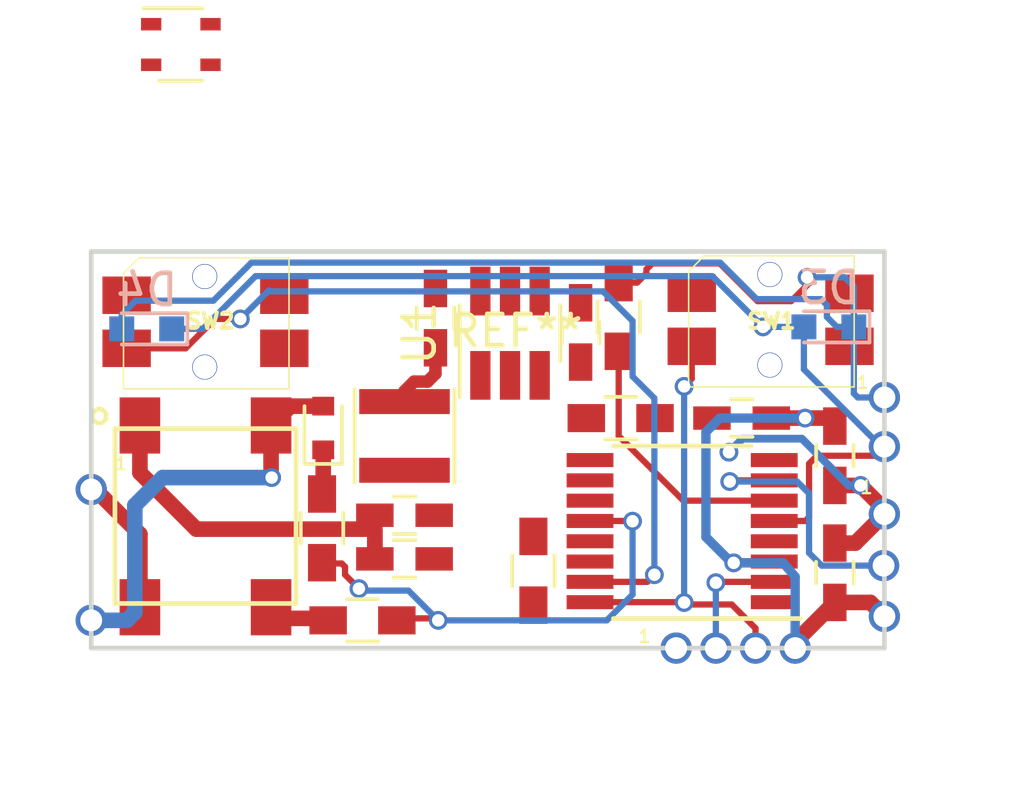
<source format=kicad_pcb>
(kicad_pcb (version 4) (host pcbnew 4.0.7)

  (general
    (links 49)
    (no_connects 20)
    (area 130.565848 67.7955 173.3505 90.360501)
    (thickness 1.6)
    (drawings 10)
    (tracks 174)
    (zones 0)
    (modules 31)
    (nets 25)
  )

  (page A4)
  (layers
    (0 F.Cu signal)
    (31 B.Cu signal)
    (32 B.Adhes user)
    (33 F.Adhes user)
    (34 B.Paste user)
    (35 F.Paste user)
    (36 B.SilkS user hide)
    (37 F.SilkS user hide)
    (38 B.Mask user)
    (39 F.Mask user hide)
    (40 Dwgs.User user)
    (41 Cmts.User user)
    (42 Eco1.User user)
    (43 Eco2.User user)
    (44 Edge.Cuts user)
    (45 Margin user)
    (46 B.CrtYd user hide)
    (47 F.CrtYd user hide)
    (48 B.Fab user)
    (49 F.Fab user)
  )

  (setup
    (last_trace_width 0.4)
    (user_trace_width 0.2)
    (user_trace_width 0.3)
    (user_trace_width 0.4)
    (user_trace_width 0.5)
    (user_trace_width 0.75)
    (user_trace_width 1)
    (trace_clearance 0.2)
    (zone_clearance 0.2)
    (zone_45_only no)
    (trace_min 0.2)
    (segment_width 0.2)
    (edge_width 0.15)
    (via_size 0.6)
    (via_drill 0.4)
    (via_min_size 0.4)
    (via_min_drill 0.3)
    (uvia_size 0.3)
    (uvia_drill 0.1)
    (uvias_allowed no)
    (uvia_min_size 0.2)
    (uvia_min_drill 0.1)
    (pcb_text_width 0.3)
    (pcb_text_size 1.5 1.5)
    (mod_edge_width 0.15)
    (mod_text_size 1 1)
    (mod_text_width 0.15)
    (pad_size 1.7 1.7)
    (pad_drill 1)
    (pad_to_mask_clearance 0.2)
    (aux_axis_origin 0 0)
    (visible_elements 7FFCFF3F)
    (pcbplotparams
      (layerselection 0x00030_80000001)
      (usegerberextensions false)
      (excludeedgelayer true)
      (linewidth 0.100000)
      (plotframeref false)
      (viasonmask false)
      (mode 1)
      (useauxorigin false)
      (hpglpennumber 1)
      (hpglpenspeed 20)
      (hpglpendiameter 15)
      (hpglpenoverlay 2)
      (psnegative false)
      (psa4output false)
      (plotreference true)
      (plotvalue true)
      (plotinvisibletext false)
      (padsonsilk false)
      (subtractmaskfromsilk false)
      (outputformat 1)
      (mirror false)
      (drillshape 1)
      (scaleselection 1)
      (outputdirectory ""))
  )

  (net 0 "")
  (net 1 GND)
  (net 2 12V)
  (net 3 5V)
  (net 4 /DCC_A)
  (net 5 "Net-(D1-Pad1)")
  (net 6 /DCC_B)
  (net 7 /SWD_IO)
  (net 8 /KEY_UP)
  (net 9 /DCC_IN)
  (net 10 "Net-(R4-Pad1)")
  (net 11 "Net-(R7-Pad1)")
  (net 12 /KEY_DN)
  (net 13 "Net-(U2-Pad1)")
  (net 14 "Net-(U2-Pad8)")
  (net 15 "Net-(U2-Pad9)")
  (net 16 "Net-(U2-Pad10)")
  (net 17 "Net-(U2-Pad11)")
  (net 18 "Net-(U2-Pad13)")
  (net 19 "Net-(U2-Pad14)")
  (net 20 /LED1)
  (net 21 /LED2)
  (net 22 "Net-(J4-Pad1)")
  (net 23 "Net-(C4-Pad1)")
  (net 24 "Net-(C4-Pad2)")

  (net_class Default "This is the default net class."
    (clearance 0.2)
    (trace_width 0.25)
    (via_dia 0.6)
    (via_drill 0.4)
    (uvia_dia 0.3)
    (uvia_drill 0.1)
    (add_net /DCC_A)
    (add_net /DCC_B)
    (add_net /DCC_IN)
    (add_net /KEY_DN)
    (add_net /KEY_UP)
    (add_net /LED1)
    (add_net /LED2)
    (add_net /SWD_IO)
    (add_net 12V)
    (add_net 5V)
    (add_net GND)
    (add_net "Net-(C4-Pad1)")
    (add_net "Net-(C4-Pad2)")
    (add_net "Net-(D1-Pad1)")
    (add_net "Net-(J4-Pad1)")
    (add_net "Net-(R4-Pad1)")
    (add_net "Net-(R7-Pad1)")
    (add_net "Net-(U2-Pad1)")
    (add_net "Net-(U2-Pad10)")
    (add_net "Net-(U2-Pad11)")
    (add_net "Net-(U2-Pad13)")
    (add_net "Net-(U2-Pad14)")
    (add_net "Net-(U2-Pad8)")
    (add_net "Net-(U2-Pad9)")
  )

  (module TO_SOT_Packages_SMD:SOT-23-6_Handsoldering (layer F.Cu) (tedit 58CE4E7E) (tstamp 5B312553)
    (at 152.0952 75.0062 90)
    (descr "6-pin SOT-23 package, Handsoldering")
    (tags "SOT-23-6 Handsoldering")
    (path /5B306E6C)
    (attr smd)
    (fp_text reference U1 (at 0 -2.9 90) (layer F.SilkS)
      (effects (font (size 1 1) (thickness 0.15)))
    )
    (fp_text value TPS561201 (at 0 2.9 90) (layer F.Fab)
      (effects (font (size 1 1) (thickness 0.15)))
    )
    (fp_text user %R (at 0 0 180) (layer F.Fab)
      (effects (font (size 0.5 0.5) (thickness 0.075)))
    )
    (fp_line (start -0.9 1.61) (end 0.9 1.61) (layer F.SilkS) (width 0.12))
    (fp_line (start 0.9 -1.61) (end -2.05 -1.61) (layer F.SilkS) (width 0.12))
    (fp_line (start -2.4 1.8) (end -2.4 -1.8) (layer F.CrtYd) (width 0.05))
    (fp_line (start 2.4 1.8) (end -2.4 1.8) (layer F.CrtYd) (width 0.05))
    (fp_line (start 2.4 -1.8) (end 2.4 1.8) (layer F.CrtYd) (width 0.05))
    (fp_line (start -2.4 -1.8) (end 2.4 -1.8) (layer F.CrtYd) (width 0.05))
    (fp_line (start -0.9 -0.9) (end -0.25 -1.55) (layer F.Fab) (width 0.1))
    (fp_line (start 0.9 -1.55) (end -0.25 -1.55) (layer F.Fab) (width 0.1))
    (fp_line (start -0.9 -0.9) (end -0.9 1.55) (layer F.Fab) (width 0.1))
    (fp_line (start 0.9 1.55) (end -0.9 1.55) (layer F.Fab) (width 0.1))
    (fp_line (start 0.9 -1.55) (end 0.9 1.55) (layer F.Fab) (width 0.1))
    (pad 1 smd rect (at -1.35 -0.95 90) (size 1.56 0.65) (layers F.Cu F.Paste F.Mask)
      (net 1 GND))
    (pad 2 smd rect (at -1.35 0 90) (size 1.56 0.65) (layers F.Cu F.Paste F.Mask)
      (net 24 "Net-(C4-Pad2)"))
    (pad 3 smd rect (at -1.35 0.95 90) (size 1.56 0.65) (layers F.Cu F.Paste F.Mask)
      (net 2 12V))
    (pad 4 smd rect (at 1.35 0.95 90) (size 1.56 0.65) (layers F.Cu F.Paste F.Mask)
      (net 10 "Net-(R4-Pad1)"))
    (pad 6 smd rect (at 1.35 -0.95 90) (size 1.56 0.65) (layers F.Cu F.Paste F.Mask)
      (net 23 "Net-(C4-Pad1)"))
    (pad 5 smd rect (at 1.35 0 90) (size 1.56 0.65) (layers F.Cu F.Paste F.Mask)
      (net 2 12V))
    (model ${KISYS3DMOD}/TO_SOT_Packages_SMD.3dshapes/SOT-23-6.wrl
      (at (xyz 0 0 0))
      (scale (xyz 1 1 1))
      (rotate (xyz 0 0 0))
    )
  )

  (module Inductors_SMD:L_Taiyo-Yuden_NR-30xx (layer F.Cu) (tedit 5A8E1769) (tstamp 5A83A9AC)
    (at 148.717 78.2955 270)
    (descr "Inductor, Taiyo Yuden, NR series, Taiyo-Yuden_NR-30xx, 3.0mmx3.0mm")
    (tags "inductor taiyo-yuden nr smd")
    (path /5B3092F6)
    (attr smd)
    (fp_text reference L1 (at 0 -2.5 270) (layer F.SilkS) hide
      (effects (font (size 1 1) (thickness 0.15)))
    )
    (fp_text value 4.7u (at 0 3 270) (layer F.Fab) hide
      (effects (font (size 1 1) (thickness 0.15)))
    )
    (fp_text user %R (at 0 0 270) (layer F.Fab)
      (effects (font (size 0.7 0.7) (thickness 0.105)))
    )
    (fp_line (start -1.5 0) (end -1.5 -0.95) (layer F.Fab) (width 0.1))
    (fp_line (start -1.5 -0.95) (end -0.95 -1.5) (layer F.Fab) (width 0.1))
    (fp_line (start -0.95 -1.5) (end 0 -1.5) (layer F.Fab) (width 0.1))
    (fp_line (start 1.5 0) (end 1.5 -0.95) (layer F.Fab) (width 0.1))
    (fp_line (start 1.5 -0.95) (end 0.95 -1.5) (layer F.Fab) (width 0.1))
    (fp_line (start 0.95 -1.5) (end 0 -1.5) (layer F.Fab) (width 0.1))
    (fp_line (start 1.5 0) (end 1.5 0.95) (layer F.Fab) (width 0.1))
    (fp_line (start 1.5 0.95) (end 0.95 1.5) (layer F.Fab) (width 0.1))
    (fp_line (start 0.95 1.5) (end 0 1.5) (layer F.Fab) (width 0.1))
    (fp_line (start -1.5 0) (end -1.5 0.95) (layer F.Fab) (width 0.1))
    (fp_line (start -1.5 0.95) (end -0.95 1.5) (layer F.Fab) (width 0.1))
    (fp_line (start -0.95 1.5) (end 0 1.5) (layer F.Fab) (width 0.1))
    (fp_line (start -1.5 -1.6) (end 1.5 -1.6) (layer F.SilkS) (width 0.12))
    (fp_line (start -1.5 1.6) (end 1.5 1.6) (layer F.SilkS) (width 0.12))
    (fp_line (start -1.8 -1.8) (end -1.8 1.8) (layer F.CrtYd) (width 0.05))
    (fp_line (start -1.8 1.8) (end 1.8 1.8) (layer F.CrtYd) (width 0.05))
    (fp_line (start 1.8 1.8) (end 1.8 -1.8) (layer F.CrtYd) (width 0.05))
    (fp_line (start 1.8 -1.8) (end -1.8 -1.8) (layer F.CrtYd) (width 0.05))
    (pad 1 smd rect (at -1.1 0 270) (size 0.8 2.9) (layers F.Cu F.Paste F.Mask)
      (net 24 "Net-(C4-Pad2)"))
    (pad 2 smd rect (at 1.1 0 270) (size 0.8 2.9) (layers F.Cu F.Paste F.Mask)
      (net 3 5V))
    (model ${KISYS3DMOD}/Inductors_SMD.3dshapes/L_Taiyo-Yuden_NR-30xx.wrl
      (at (xyz 0 0 0))
      (scale (xyz 1 1 1))
      (rotate (xyz 0 0 0))
    )
  )

  (module Capacitors_SMD:C_0603_HandSoldering (layer F.Cu) (tedit 5A8E17E1) (tstamp 5A83A959)
    (at 148.717 80.8355 180)
    (descr "Capacitor SMD 0603, hand soldering")
    (tags "capacitor 0603")
    (path /5B314D35)
    (attr smd)
    (fp_text reference C1 (at 0 -1.25 180) (layer F.SilkS) hide
      (effects (font (size 1 1) (thickness 0.15)))
    )
    (fp_text value 22u (at 0 1.5 180) (layer F.Fab)
      (effects (font (size 1 1) (thickness 0.15)))
    )
    (fp_text user %R (at -0.0254 -0.0508 180) (layer F.Fab)
      (effects (font (size 0.4 0.4) (thickness 0.075)))
    )
    (fp_line (start -0.8 0.4) (end -0.8 -0.4) (layer F.Fab) (width 0.1))
    (fp_line (start 0.8 0.4) (end -0.8 0.4) (layer F.Fab) (width 0.1))
    (fp_line (start 0.8 -0.4) (end 0.8 0.4) (layer F.Fab) (width 0.1))
    (fp_line (start -0.8 -0.4) (end 0.8 -0.4) (layer F.Fab) (width 0.1))
    (fp_line (start -0.35 -0.6) (end 0.35 -0.6) (layer F.SilkS) (width 0.12))
    (fp_line (start 0.35 0.6) (end -0.35 0.6) (layer F.SilkS) (width 0.12))
    (fp_line (start -1.8 -0.65) (end 1.8 -0.65) (layer F.CrtYd) (width 0.05))
    (fp_line (start -1.8 -0.65) (end -1.8 0.65) (layer F.CrtYd) (width 0.05))
    (fp_line (start 1.8 0.65) (end 1.8 -0.65) (layer F.CrtYd) (width 0.05))
    (fp_line (start 1.8 0.65) (end -1.8 0.65) (layer F.CrtYd) (width 0.05))
    (pad 1 smd rect (at -0.95 0 180) (size 1.2 0.75) (layers F.Cu F.Paste F.Mask)
      (net 1 GND))
    (pad 2 smd rect (at 0.95 0 180) (size 1.2 0.75) (layers F.Cu F.Paste F.Mask)
      (net 2 12V))
    (model Capacitors_SMD.3dshapes/C_0603.wrl
      (at (xyz 0 0 0))
      (scale (xyz 1 1 1))
      (rotate (xyz 0 0 0))
    )
  )

  (module Capacitors_SMD:C_0603_HandSoldering (layer F.Cu) (tedit 5A8E1751) (tstamp 5A83A95F)
    (at 154.3558 74.9808 270)
    (descr "Capacitor SMD 0603, hand soldering")
    (tags "capacitor 0603")
    (path /5B317374)
    (attr smd)
    (fp_text reference C2 (at 0 -1.25 270) (layer F.SilkS) hide
      (effects (font (size 1 1) (thickness 0.15)))
    )
    (fp_text value 22u (at 0 1.5 270) (layer F.Fab) hide
      (effects (font (size 1 1) (thickness 0.15)))
    )
    (fp_text user %R (at 0.0254 0 270) (layer F.Fab)
      (effects (font (size 0.4 0.4) (thickness 0.075)))
    )
    (fp_line (start -0.8 0.4) (end -0.8 -0.4) (layer F.Fab) (width 0.1))
    (fp_line (start 0.8 0.4) (end -0.8 0.4) (layer F.Fab) (width 0.1))
    (fp_line (start 0.8 -0.4) (end 0.8 0.4) (layer F.Fab) (width 0.1))
    (fp_line (start -0.8 -0.4) (end 0.8 -0.4) (layer F.Fab) (width 0.1))
    (fp_line (start -0.35 -0.6) (end 0.35 -0.6) (layer F.SilkS) (width 0.12))
    (fp_line (start 0.35 0.6) (end -0.35 0.6) (layer F.SilkS) (width 0.12))
    (fp_line (start -1.8 -0.65) (end 1.8 -0.65) (layer F.CrtYd) (width 0.05))
    (fp_line (start -1.8 -0.65) (end -1.8 0.65) (layer F.CrtYd) (width 0.05))
    (fp_line (start 1.8 0.65) (end 1.8 -0.65) (layer F.CrtYd) (width 0.05))
    (fp_line (start 1.8 0.65) (end -1.8 0.65) (layer F.CrtYd) (width 0.05))
    (pad 1 smd rect (at -0.95 0 270) (size 1.2 0.75) (layers F.Cu F.Paste F.Mask)
      (net 1 GND))
    (pad 2 smd rect (at 0.95 0 270) (size 1.2 0.75) (layers F.Cu F.Paste F.Mask)
      (net 3 5V))
    (model Capacitors_SMD.3dshapes/C_0603.wrl
      (at (xyz 0 0 0))
      (scale (xyz 1 1 1))
      (rotate (xyz 0 0 0))
    )
  )

  (module Capacitors_SMD:C_0603_HandSoldering (layer F.Cu) (tedit 5A8E17AD) (tstamp 5A83A965)
    (at 148.717 82.2325)
    (descr "Capacitor SMD 0603, hand soldering")
    (tags "capacitor 0603")
    (path /59FCCFEE)
    (attr smd)
    (fp_text reference C3 (at 0 -1.25) (layer F.SilkS) hide
      (effects (font (size 1 1) (thickness 0.15)))
    )
    (fp_text value 10u (at 0 1.5) (layer F.Fab)
      (effects (font (size 1 1) (thickness 0.15)))
    )
    (fp_text user %R (at 0 0.0254) (layer F.Fab)
      (effects (font (size 0.4 0.4) (thickness 0.1)))
    )
    (fp_line (start -0.8 0.4) (end -0.8 -0.4) (layer F.Fab) (width 0.1))
    (fp_line (start 0.8 0.4) (end -0.8 0.4) (layer F.Fab) (width 0.1))
    (fp_line (start 0.8 -0.4) (end 0.8 0.4) (layer F.Fab) (width 0.1))
    (fp_line (start -0.8 -0.4) (end 0.8 -0.4) (layer F.Fab) (width 0.1))
    (fp_line (start -0.35 -0.6) (end 0.35 -0.6) (layer F.SilkS) (width 0.12))
    (fp_line (start 0.35 0.6) (end -0.35 0.6) (layer F.SilkS) (width 0.12))
    (fp_line (start -1.8 -0.65) (end 1.8 -0.65) (layer F.CrtYd) (width 0.05))
    (fp_line (start -1.8 -0.65) (end -1.8 0.65) (layer F.CrtYd) (width 0.05))
    (fp_line (start 1.8 0.65) (end 1.8 -0.65) (layer F.CrtYd) (width 0.05))
    (fp_line (start 1.8 0.65) (end -1.8 0.65) (layer F.CrtYd) (width 0.05))
    (pad 1 smd rect (at -0.95 0) (size 1.2 0.75) (layers F.Cu F.Paste F.Mask)
      (net 2 12V))
    (pad 2 smd rect (at 0.95 0) (size 1.2 0.75) (layers F.Cu F.Paste F.Mask)
      (net 1 GND))
    (model Capacitors_SMD.3dshapes/C_0603.wrl
      (at (xyz 0 0 0))
      (scale (xyz 1 1 1))
      (rotate (xyz 0 0 0))
    )
  )

  (module Capacitors_SMD:C_0603_HandSoldering (layer F.Cu) (tedit 5A8E17FC) (tstamp 5A83A96B)
    (at 149.7076 74.5236 270)
    (descr "Capacitor SMD 0603, hand soldering")
    (tags "capacitor 0603")
    (path /5B3180BB)
    (attr smd)
    (fp_text reference C4 (at -0.4572 -1.8288 270) (layer F.SilkS) hide
      (effects (font (size 1 1) (thickness 0.15)))
    )
    (fp_text value 0.1u (at 0 1.5 270) (layer F.Fab)
      (effects (font (size 1 1) (thickness 0.15)))
    )
    (fp_text user %R (at 0 -0.0254 270) (layer F.Fab)
      (effects (font (size 0.4 0.4) (thickness 0.075)))
    )
    (fp_line (start -0.8 0.4) (end -0.8 -0.4) (layer F.Fab) (width 0.1))
    (fp_line (start 0.8 0.4) (end -0.8 0.4) (layer F.Fab) (width 0.1))
    (fp_line (start 0.8 -0.4) (end 0.8 0.4) (layer F.Fab) (width 0.1))
    (fp_line (start -0.8 -0.4) (end 0.8 -0.4) (layer F.Fab) (width 0.1))
    (fp_line (start -0.35 -0.6) (end 0.35 -0.6) (layer F.SilkS) (width 0.12))
    (fp_line (start 0.35 0.6) (end -0.35 0.6) (layer F.SilkS) (width 0.12))
    (fp_line (start -1.8 -0.65) (end 1.8 -0.65) (layer F.CrtYd) (width 0.05))
    (fp_line (start -1.8 -0.65) (end -1.8 0.65) (layer F.CrtYd) (width 0.05))
    (fp_line (start 1.8 0.65) (end 1.8 -0.65) (layer F.CrtYd) (width 0.05))
    (fp_line (start 1.8 0.65) (end -1.8 0.65) (layer F.CrtYd) (width 0.05))
    (pad 1 smd rect (at -0.95 0 270) (size 1.2 0.75) (layers F.Cu F.Paste F.Mask)
      (net 23 "Net-(C4-Pad1)"))
    (pad 2 smd rect (at 0.95 0 270) (size 1.2 0.75) (layers F.Cu F.Paste F.Mask)
      (net 24 "Net-(C4-Pad2)"))
    (model Capacitors_SMD.3dshapes/C_0603.wrl
      (at (xyz 0 0 0))
      (scale (xyz 1 1 1))
      (rotate (xyz 0 0 0))
    )
  )

  (module Capacitors_SMD:C_0603_HandSoldering (layer F.Cu) (tedit 5A8E15F8) (tstamp 5A83A971)
    (at 159.512 77.724)
    (descr "Capacitor SMD 0603, hand soldering")
    (tags "capacitor 0603")
    (path /59FFDD6D)
    (attr smd)
    (fp_text reference C5 (at 0 -1.25) (layer F.SilkS) hide
      (effects (font (size 1 1) (thickness 0.15)))
    )
    (fp_text value 1u (at 0 1.5) (layer F.Fab) hide
      (effects (font (size 1 1) (thickness 0.15)))
    )
    (fp_text user %R (at 0.0254 -0.0508) (layer F.Fab)
      (effects (font (size 0.4 0.4) (thickness 0.075)))
    )
    (fp_line (start -0.8 0.4) (end -0.8 -0.4) (layer F.Fab) (width 0.1))
    (fp_line (start 0.8 0.4) (end -0.8 0.4) (layer F.Fab) (width 0.1))
    (fp_line (start 0.8 -0.4) (end 0.8 0.4) (layer F.Fab) (width 0.1))
    (fp_line (start -0.8 -0.4) (end 0.8 -0.4) (layer F.Fab) (width 0.1))
    (fp_line (start -0.35 -0.6) (end 0.35 -0.6) (layer F.SilkS) (width 0.12))
    (fp_line (start 0.35 0.6) (end -0.35 0.6) (layer F.SilkS) (width 0.12))
    (fp_line (start -1.8 -0.65) (end 1.8 -0.65) (layer F.CrtYd) (width 0.05))
    (fp_line (start -1.8 -0.65) (end -1.8 0.65) (layer F.CrtYd) (width 0.05))
    (fp_line (start 1.8 0.65) (end 1.8 -0.65) (layer F.CrtYd) (width 0.05))
    (fp_line (start 1.8 0.65) (end -1.8 0.65) (layer F.CrtYd) (width 0.05))
    (pad 1 smd rect (at -0.95 0) (size 1.2 0.75) (layers F.Cu F.Paste F.Mask)
      (net 1 GND))
    (pad 2 smd rect (at 0.95 0) (size 1.2 0.75) (layers F.Cu F.Paste F.Mask)
      (net 3 5V))
    (model Capacitors_SMD.3dshapes/C_0603.wrl
      (at (xyz 0 0 0))
      (scale (xyz 1 1 1))
      (rotate (xyz 0 0 0))
    )
  )

  (module Capacitors_SMD:C_0603_HandSoldering (layer F.Cu) (tedit 5A8E15EF) (tstamp 5A83A977)
    (at 162.4965 78.9305 90)
    (descr "Capacitor SMD 0603, hand soldering")
    (tags "capacitor 0603")
    (path /59FFDDB1)
    (attr smd)
    (fp_text reference C6 (at 0 -1.25 90) (layer F.SilkS) hide
      (effects (font (size 1 1) (thickness 0.15)))
    )
    (fp_text value 0.1u (at -1.2954 3.4036 90) (layer F.Fab) hide
      (effects (font (size 1 1) (thickness 0.15)))
    )
    (fp_text user %R (at 0 0 90) (layer F.Fab)
      (effects (font (size 0.4 0.4) (thickness 0.075)))
    )
    (fp_line (start -0.8 0.4) (end -0.8 -0.4) (layer F.Fab) (width 0.1))
    (fp_line (start 0.8 0.4) (end -0.8 0.4) (layer F.Fab) (width 0.1))
    (fp_line (start 0.8 -0.4) (end 0.8 0.4) (layer F.Fab) (width 0.1))
    (fp_line (start -0.8 -0.4) (end 0.8 -0.4) (layer F.Fab) (width 0.1))
    (fp_line (start -0.35 -0.6) (end 0.35 -0.6) (layer F.SilkS) (width 0.12))
    (fp_line (start 0.35 0.6) (end -0.35 0.6) (layer F.SilkS) (width 0.12))
    (fp_line (start -1.8 -0.65) (end 1.8 -0.65) (layer F.CrtYd) (width 0.05))
    (fp_line (start -1.8 -0.65) (end -1.8 0.65) (layer F.CrtYd) (width 0.05))
    (fp_line (start 1.8 0.65) (end 1.8 -0.65) (layer F.CrtYd) (width 0.05))
    (fp_line (start 1.8 0.65) (end -1.8 0.65) (layer F.CrtYd) (width 0.05))
    (pad 1 smd rect (at -0.95 0 90) (size 1.2 0.75) (layers F.Cu F.Paste F.Mask)
      (net 1 GND))
    (pad 2 smd rect (at 0.95 0 90) (size 1.2 0.75) (layers F.Cu F.Paste F.Mask)
      (net 3 5V))
    (model Capacitors_SMD.3dshapes/C_0603.wrl
      (at (xyz 0 0 0))
      (scale (xyz 1 1 1))
      (rotate (xyz 0 0 0))
    )
  )

  (module Capacitors_SMD:C_0603_HandSoldering (layer F.Cu) (tedit 5A8E15E8) (tstamp 5A83A97D)
    (at 162.4965 82.677 90)
    (descr "Capacitor SMD 0603, hand soldering")
    (tags "capacitor 0603")
    (path /5A1B4827)
    (attr smd)
    (fp_text reference C7 (at 0 -1.25 90) (layer F.SilkS) hide
      (effects (font (size 1 1) (thickness 0.15)))
    )
    (fp_text value 22u (at 1.016 9.779 90) (layer F.Fab) hide
      (effects (font (size 1 1) (thickness 0.15)))
    )
    (fp_text user %R (at -0.002001 0.0266 90) (layer F.Fab)
      (effects (font (size 0.4 0.4) (thickness 0.075)))
    )
    (fp_line (start -0.8 0.4) (end -0.8 -0.4) (layer F.Fab) (width 0.1))
    (fp_line (start 0.8 0.4) (end -0.8 0.4) (layer F.Fab) (width 0.1))
    (fp_line (start 0.8 -0.4) (end 0.8 0.4) (layer F.Fab) (width 0.1))
    (fp_line (start -0.8 -0.4) (end 0.8 -0.4) (layer F.Fab) (width 0.1))
    (fp_line (start -0.35 -0.6) (end 0.35 -0.6) (layer F.SilkS) (width 0.12))
    (fp_line (start 0.35 0.6) (end -0.35 0.6) (layer F.SilkS) (width 0.12))
    (fp_line (start -1.8 -0.65) (end 1.8 -0.65) (layer F.CrtYd) (width 0.05))
    (fp_line (start -1.8 -0.65) (end -1.8 0.65) (layer F.CrtYd) (width 0.05))
    (fp_line (start 1.8 0.65) (end 1.8 -0.65) (layer F.CrtYd) (width 0.05))
    (fp_line (start 1.8 0.65) (end -1.8 0.65) (layer F.CrtYd) (width 0.05))
    (pad 1 smd rect (at -0.95 0 90) (size 1.2 0.75) (layers F.Cu F.Paste F.Mask)
      (net 3 5V))
    (pad 2 smd rect (at 0.95 0 90) (size 1.2 0.75) (layers F.Cu F.Paste F.Mask)
      (net 1 GND))
    (model Capacitors_SMD.3dshapes/C_0603.wrl
      (at (xyz 0 0 0))
      (scale (xyz 1 1 1))
      (rotate (xyz 0 0 0))
    )
  )

  (module Diodes_SMD:D_SOD-523 (layer F.Cu) (tedit 5B306E32) (tstamp 5A83A983)
    (at 146.1135 78.0415 90)
    (descr "http://www.diodes.com/datasheets/ap02001.pdf p.144")
    (tags "Diode SOD523")
    (path /5A133850)
    (attr smd)
    (fp_text reference D1 (at 0 -1.3 90) (layer F.SilkS) hide
      (effects (font (size 1 1) (thickness 0.15)))
    )
    (fp_text value D_Schottky (at -0.4318 3.9624 90) (layer F.Fab) hide
      (effects (font (size 1 1) (thickness 0.15)))
    )
    (fp_text user %R (at -0.0889 0.8001 90) (layer F.Fab)
      (effects (font (size 0.4 0.4) (thickness 0.075)))
    )
    (fp_line (start -1.15 -0.6) (end -1.15 0.6) (layer F.SilkS) (width 0.12))
    (fp_line (start 1.25 -0.7) (end 1.25 0.7) (layer F.CrtYd) (width 0.05))
    (fp_line (start -1.25 -0.7) (end 1.25 -0.7) (layer F.CrtYd) (width 0.05))
    (fp_line (start -1.25 0.7) (end -1.25 -0.7) (layer F.CrtYd) (width 0.05))
    (fp_line (start 1.25 0.7) (end -1.25 0.7) (layer F.CrtYd) (width 0.05))
    (fp_line (start 0.1 0) (end 0.25 0) (layer F.Fab) (width 0.1))
    (fp_line (start 0.1 -0.2) (end -0.2 0) (layer F.Fab) (width 0.1))
    (fp_line (start 0.1 0.2) (end 0.1 -0.2) (layer F.Fab) (width 0.1))
    (fp_line (start -0.2 0) (end 0.1 0.2) (layer F.Fab) (width 0.1))
    (fp_line (start -0.2 0) (end -0.35 0) (layer F.Fab) (width 0.1))
    (fp_line (start -0.2 0.2) (end -0.2 -0.2) (layer F.Fab) (width 0.1))
    (fp_line (start 0.65 -0.45) (end 0.65 0.45) (layer F.Fab) (width 0.1))
    (fp_line (start -0.65 -0.45) (end 0.65 -0.45) (layer F.Fab) (width 0.1))
    (fp_line (start -0.65 0.45) (end -0.65 -0.45) (layer F.Fab) (width 0.1))
    (fp_line (start 0.65 0.45) (end -0.65 0.45) (layer F.Fab) (width 0.1))
    (fp_line (start 0.7 -0.6) (end -1.15 -0.6) (layer F.SilkS) (width 0.12))
    (fp_line (start 0.7 0.6) (end -1.15 0.6) (layer F.SilkS) (width 0.12))
    (pad 2 smd rect (at 0.7 0 270) (size 0.6 0.7) (layers F.Cu F.Paste F.Mask)
      (net 4 /DCC_A))
    (pad 1 smd rect (at -0.7 0 270) (size 0.6 0.7) (layers F.Cu F.Paste F.Mask)
      (net 5 "Net-(D1-Pad1)"))
    (model ${KISYS3DMOD}/Diodes_SMD.3dshapes/D_SOD-523.wrl
      (at (xyz 0 0 0))
      (scale (xyz 1 1 1))
      (rotate (xyz 0 0 0))
    )
  )

  (module Z4GP208-HF:Z4GP208-HF-SMD (layer F.Cu) (tedit 5A8E1758) (tstamp 5A83A98B)
    (at 144.8435 81.661)
    (path /59FF9951)
    (fp_text reference D2 (at -2.3 4.1) (layer F.SilkS) hide
      (effects (font (size 1 1) (thickness 0.15)))
    )
    (fp_text value CZ4GP208-HF (at -1.9 -5.8) (layer F.Fab)
      (effects (font (size 1 1) (thickness 0.15)))
    )
    (fp_circle (center -5.9 -4) (end -5.8 -3.8) (layer F.SilkS) (width 0.15))
    (fp_line (start 0.4 2) (end 0.4 -3.6) (layer F.SilkS) (width 0.15))
    (fp_line (start -5.4 2) (end -5.4 -3.6) (layer F.SilkS) (width 0.15))
    (fp_line (start -5.4 -3.6) (end 0.4 -3.6) (layer F.SilkS) (width 0.15))
    (fp_line (start 0.4 2) (end -5.4 2) (layer F.SilkS) (width 0.15))
    (pad 1 smd rect (at -4.6 -3.7) (size 1.3 1.8) (layers F.Cu F.Paste F.Mask)
      (net 2 12V))
    (pad 2 smd rect (at -0.4 -3.7) (size 1.3 1.8) (layers F.Cu F.Paste F.Mask)
      (net 4 /DCC_A))
    (pad 3 smd rect (at -4.6 2.12) (size 1.3 1.8) (layers F.Cu F.Paste F.Mask)
      (net 6 /DCC_B))
    (pad 4 smd rect (at -0.4 2.12) (size 1.3 1.8) (layers F.Cu F.Paste F.Mask)
      (net 1 GND))
  )

  (module Resistors_SMD:R_0603_HandSoldering (layer F.Cu) (tedit 5A8E1762) (tstamp 5A83A9B8)
    (at 146.0754 81.2546 270)
    (descr "Resistor SMD 0603, hand soldering")
    (tags "resistor 0603")
    (path /5A133968)
    (attr smd)
    (fp_text reference R2 (at 0 -1.45 270) (layer F.SilkS) hide
      (effects (font (size 1 1) (thickness 0.15)))
    )
    (fp_text value 10K (at -2.1336 3.3528 270) (layer F.Fab) hide
      (effects (font (size 1 1) (thickness 0.15)))
    )
    (fp_text user %R (at 0 0 270) (layer F.Fab)
      (effects (font (size 0.4 0.4) (thickness 0.075)))
    )
    (fp_line (start -0.8 0.4) (end -0.8 -0.4) (layer F.Fab) (width 0.1))
    (fp_line (start 0.8 0.4) (end -0.8 0.4) (layer F.Fab) (width 0.1))
    (fp_line (start 0.8 -0.4) (end 0.8 0.4) (layer F.Fab) (width 0.1))
    (fp_line (start -0.8 -0.4) (end 0.8 -0.4) (layer F.Fab) (width 0.1))
    (fp_line (start 0.5 0.68) (end -0.5 0.68) (layer F.SilkS) (width 0.12))
    (fp_line (start -0.5 -0.68) (end 0.5 -0.68) (layer F.SilkS) (width 0.12))
    (fp_line (start -1.96 -0.7) (end 1.95 -0.7) (layer F.CrtYd) (width 0.05))
    (fp_line (start -1.96 -0.7) (end -1.96 0.7) (layer F.CrtYd) (width 0.05))
    (fp_line (start 1.95 0.7) (end 1.95 -0.7) (layer F.CrtYd) (width 0.05))
    (fp_line (start 1.95 0.7) (end -1.96 0.7) (layer F.CrtYd) (width 0.05))
    (pad 1 smd rect (at -1.1 0 270) (size 1.2 0.9) (layers F.Cu F.Paste F.Mask)
      (net 5 "Net-(D1-Pad1)"))
    (pad 2 smd rect (at 1.1 0 270) (size 1.2 0.9) (layers F.Cu F.Paste F.Mask)
      (net 9 /DCC_IN))
    (model ${KISYS3DMOD}/Resistors_SMD.3dshapes/R_0603.wrl
      (at (xyz 0 0 0))
      (scale (xyz 1 1 1))
      (rotate (xyz 0 0 0))
    )
  )

  (module Resistors_SMD:R_0603_HandSoldering (layer F.Cu) (tedit 5A8E174B) (tstamp 5A83A9BE)
    (at 147.3708 84.201 180)
    (descr "Resistor SMD 0603, hand soldering")
    (tags "resistor 0603")
    (path /5A1338DD)
    (attr smd)
    (fp_text reference R3 (at 0 -1.45 180) (layer F.SilkS) hide
      (effects (font (size 1 1) (thickness 0.15)))
    )
    (fp_text value 4.7K (at -0.8382 4.0132 180) (layer F.Fab) hide
      (effects (font (size 1 1) (thickness 0.15)))
    )
    (fp_text user %R (at 0 0 180) (layer F.Fab)
      (effects (font (size 0.4 0.4) (thickness 0.075)))
    )
    (fp_line (start -0.8 0.4) (end -0.8 -0.4) (layer F.Fab) (width 0.1))
    (fp_line (start 0.8 0.4) (end -0.8 0.4) (layer F.Fab) (width 0.1))
    (fp_line (start 0.8 -0.4) (end 0.8 0.4) (layer F.Fab) (width 0.1))
    (fp_line (start -0.8 -0.4) (end 0.8 -0.4) (layer F.Fab) (width 0.1))
    (fp_line (start 0.5 0.68) (end -0.5 0.68) (layer F.SilkS) (width 0.12))
    (fp_line (start -0.5 -0.68) (end 0.5 -0.68) (layer F.SilkS) (width 0.12))
    (fp_line (start -1.96 -0.7) (end 1.95 -0.7) (layer F.CrtYd) (width 0.05))
    (fp_line (start -1.96 -0.7) (end -1.96 0.7) (layer F.CrtYd) (width 0.05))
    (fp_line (start 1.95 0.7) (end 1.95 -0.7) (layer F.CrtYd) (width 0.05))
    (fp_line (start 1.95 0.7) (end -1.96 0.7) (layer F.CrtYd) (width 0.05))
    (pad 1 smd rect (at -1.1 0 180) (size 1.2 0.9) (layers F.Cu F.Paste F.Mask)
      (net 9 /DCC_IN))
    (pad 2 smd rect (at 1.1 0 180) (size 1.2 0.9) (layers F.Cu F.Paste F.Mask)
      (net 1 GND))
    (model ${KISYS3DMOD}/Resistors_SMD.3dshapes/R_0603.wrl
      (at (xyz 0 0 0))
      (scale (xyz 1 1 1))
      (rotate (xyz 0 0 0))
    )
  )

  (module Resistors_SMD:R_0603_HandSoldering (layer F.Cu) (tedit 5A8E1612) (tstamp 5A83A9C4)
    (at 152.8445 82.6135 90)
    (descr "Resistor SMD 0603, hand soldering")
    (tags "resistor 0603")
    (path /5B307DC3)
    (attr smd)
    (fp_text reference R4 (at 0 -1.45 90) (layer F.SilkS) hide
      (effects (font (size 1 1) (thickness 0.15)))
    )
    (fp_text value 10K (at 0 1.55 90) (layer F.Fab)
      (effects (font (size 1 1) (thickness 0.15)))
    )
    (fp_text user %R (at 0 0 90) (layer F.Fab)
      (effects (font (size 0.4 0.4) (thickness 0.075)))
    )
    (fp_line (start -0.8 0.4) (end -0.8 -0.4) (layer F.Fab) (width 0.1))
    (fp_line (start 0.8 0.4) (end -0.8 0.4) (layer F.Fab) (width 0.1))
    (fp_line (start 0.8 -0.4) (end 0.8 0.4) (layer F.Fab) (width 0.1))
    (fp_line (start -0.8 -0.4) (end 0.8 -0.4) (layer F.Fab) (width 0.1))
    (fp_line (start 0.5 0.68) (end -0.5 0.68) (layer F.SilkS) (width 0.12))
    (fp_line (start -0.5 -0.68) (end 0.5 -0.68) (layer F.SilkS) (width 0.12))
    (fp_line (start -1.96 -0.7) (end 1.95 -0.7) (layer F.CrtYd) (width 0.05))
    (fp_line (start -1.96 -0.7) (end -1.96 0.7) (layer F.CrtYd) (width 0.05))
    (fp_line (start 1.95 0.7) (end 1.95 -0.7) (layer F.CrtYd) (width 0.05))
    (fp_line (start 1.95 0.7) (end -1.96 0.7) (layer F.CrtYd) (width 0.05))
    (pad 1 smd rect (at -1.1 0 90) (size 1.2 0.9) (layers F.Cu F.Paste F.Mask)
      (net 10 "Net-(R4-Pad1)"))
    (pad 2 smd rect (at 1.1 0 90) (size 1.2 0.9) (layers F.Cu F.Paste F.Mask)
      (net 1 GND))
    (model ${KISYS3DMOD}/Resistors_SMD.3dshapes/R_0603.wrl
      (at (xyz 0 0 0))
      (scale (xyz 1 1 1))
      (rotate (xyz 0 0 0))
    )
  )

  (module Resistors_SMD:R_0603_HandSoldering (layer F.Cu) (tedit 5AB83D50) (tstamp 5A83A9CA)
    (at 155.6385 77.724)
    (descr "Resistor SMD 0603, hand soldering")
    (tags "resistor 0603")
    (path /5B308482)
    (attr smd)
    (fp_text reference R5 (at 0 -1.45) (layer F.SilkS) hide
      (effects (font (size 1 1) (thickness 0.15)))
    )
    (fp_text value 54.9K (at 0 1.55) (layer F.Fab)
      (effects (font (size 1 1) (thickness 0.15)))
    )
    (fp_text user %R (at 0 0) (layer F.Fab)
      (effects (font (size 0.4 0.4) (thickness 0.075)))
    )
    (fp_line (start -0.8 0.4) (end -0.8 -0.4) (layer F.Fab) (width 0.1))
    (fp_line (start 0.8 0.4) (end -0.8 0.4) (layer F.Fab) (width 0.1))
    (fp_line (start 0.8 -0.4) (end 0.8 0.4) (layer F.Fab) (width 0.1))
    (fp_line (start -0.8 -0.4) (end 0.8 -0.4) (layer F.Fab) (width 0.1))
    (fp_line (start 0.5 0.68) (end -0.5 0.68) (layer F.SilkS) (width 0.12))
    (fp_line (start -0.5 -0.68) (end 0.5 -0.68) (layer F.SilkS) (width 0.12))
    (fp_line (start -1.96 -0.7) (end 1.95 -0.7) (layer F.CrtYd) (width 0.05))
    (fp_line (start -1.96 -0.7) (end -1.96 0.7) (layer F.CrtYd) (width 0.05))
    (fp_line (start 1.95 0.7) (end 1.95 -0.7) (layer F.CrtYd) (width 0.05))
    (fp_line (start 1.95 0.7) (end -1.96 0.7) (layer F.CrtYd) (width 0.05))
    (pad 1 smd rect (at -1.1 0) (size 1.2 0.9) (layers F.Cu F.Paste F.Mask)
      (net 10 "Net-(R4-Pad1)"))
    (pad 2 smd rect (at 1.1 0) (size 1.2 0.9) (layers F.Cu F.Paste F.Mask)
      (net 3 5V))
    (model ${KISYS3DMOD}/Resistors_SMD.3dshapes/R_0603.wrl
      (at (xyz 0 0 0))
      (scale (xyz 1 1 1))
      (rotate (xyz 0 0 0))
    )
  )

  (module Resistors_SMD:R_0603_HandSoldering (layer F.Cu) (tedit 5A8E1732) (tstamp 5A83A9D6)
    (at 155.575 74.4855 90)
    (descr "Resistor SMD 0603, hand soldering")
    (tags "resistor 0603")
    (path /5A1324E5)
    (attr smd)
    (fp_text reference R7 (at 0.1016 -1.6256 90) (layer F.SilkS) hide
      (effects (font (size 1 1) (thickness 0.15)))
    )
    (fp_text value 400 (at 0 1.55 90) (layer F.Fab)
      (effects (font (size 1 1) (thickness 0.15)))
    )
    (fp_text user %R (at 0 0 90) (layer F.Fab)
      (effects (font (size 0.4 0.4) (thickness 0.075)))
    )
    (fp_line (start -0.8 0.4) (end -0.8 -0.4) (layer F.Fab) (width 0.1))
    (fp_line (start 0.8 0.4) (end -0.8 0.4) (layer F.Fab) (width 0.1))
    (fp_line (start 0.8 -0.4) (end 0.8 0.4) (layer F.Fab) (width 0.1))
    (fp_line (start -0.8 -0.4) (end 0.8 -0.4) (layer F.Fab) (width 0.1))
    (fp_line (start 0.5 0.68) (end -0.5 0.68) (layer F.SilkS) (width 0.12))
    (fp_line (start -0.5 -0.68) (end 0.5 -0.68) (layer F.SilkS) (width 0.12))
    (fp_line (start -1.96 -0.7) (end 1.95 -0.7) (layer F.CrtYd) (width 0.05))
    (fp_line (start -1.96 -0.7) (end -1.96 0.7) (layer F.CrtYd) (width 0.05))
    (fp_line (start 1.95 0.7) (end 1.95 -0.7) (layer F.CrtYd) (width 0.05))
    (fp_line (start 1.95 0.7) (end -1.96 0.7) (layer F.CrtYd) (width 0.05))
    (pad 1 smd rect (at -1.1 0 90) (size 1.2 0.9) (layers F.Cu F.Paste F.Mask)
      (net 11 "Net-(R7-Pad1)"))
    (pad 2 smd rect (at 1.1 0 90) (size 1.2 0.9) (layers F.Cu F.Paste F.Mask)
      (net 20 /LED1))
    (model ${KISYS3DMOD}/Resistors_SMD.3dshapes/R_0603.wrl
      (at (xyz 0 0 0))
      (scale (xyz 1 1 1))
      (rotate (xyz 0 0 0))
    )
  )

  (module Housings_SSOP:TSSOP-16_4.4x5mm_Pitch0.65mm (layer F.Cu) (tedit 5AE1161A) (tstamp 5A83AA08)
    (at 157.607 81.3435 180)
    (descr "16-Lead Plastic Thin Shrink Small Outline (ST)-4.4 mm Body [TSSOP] (see Microchip Packaging Specification 00000049BS.pdf)")
    (tags "SSOP 0.65")
    (path /5A1255A7)
    (attr smd)
    (fp_text reference U2 (at 0 -3.55 180) (layer F.SilkS) hide
      (effects (font (size 1 1) (thickness 0.15)))
    )
    (fp_text value MKE04P24M48SF0 (at 12.4206 12.573 180) (layer F.Fab) hide
      (effects (font (size 1 1) (thickness 0.15)))
    )
    (fp_line (start -1.2 -2.5) (end 2.2 -2.5) (layer F.Fab) (width 0.15))
    (fp_line (start 2.2 -2.5) (end 2.2 2.5) (layer F.Fab) (width 0.15))
    (fp_line (start 2.2 2.5) (end -2.2 2.5) (layer F.Fab) (width 0.15))
    (fp_line (start -2.2 2.5) (end -2.2 -1.5) (layer F.Fab) (width 0.15))
    (fp_line (start -2.2 -1.5) (end -1.2 -2.5) (layer F.Fab) (width 0.15))
    (fp_line (start -3.95 -2.9) (end -3.95 2.8) (layer F.CrtYd) (width 0.05))
    (fp_line (start 3.95 -2.9) (end 3.95 2.8) (layer F.CrtYd) (width 0.05))
    (fp_line (start -3.95 -2.9) (end 3.95 -2.9) (layer F.CrtYd) (width 0.05))
    (fp_line (start -3.95 2.8) (end 3.95 2.8) (layer F.CrtYd) (width 0.05))
    (fp_line (start -2.2 2.725) (end 2.2 2.725) (layer F.SilkS) (width 0.15))
    (fp_line (start -3.775 -2.8) (end 2.2 -2.8) (layer F.SilkS) (width 0.15))
    (fp_text user %R (at 0 0 180) (layer F.Fab)
      (effects (font (size 0.8 0.8) (thickness 0.15)))
    )
    (pad 1 smd rect (at -2.95 -2.275 180) (size 1.5 0.45) (layers F.Cu F.Paste F.Mask)
      (net 13 "Net-(U2-Pad1)"))
    (pad 2 smd rect (at -2.95 -1.625 180) (size 1.5 0.45) (layers F.Cu F.Paste F.Mask)
      (net 7 /SWD_IO))
    (pad 3 smd rect (at -2.95 -0.975 180) (size 1.5 0.45) (layers F.Cu F.Paste F.Mask)
      (net 3 5V))
    (pad 4 smd rect (at -2.95 -0.325 180) (size 1.5 0.45) (layers F.Cu F.Paste F.Mask)
      (net 1 GND))
    (pad 5 smd rect (at -2.95 0.325 180) (size 1.5 0.45) (layers F.Cu F.Paste F.Mask)
      (net 21 /LED2))
    (pad 6 smd rect (at -2.95 0.975 180) (size 1.5 0.45) (layers F.Cu F.Paste F.Mask)
      (net 11 "Net-(R7-Pad1)"))
    (pad 7 smd rect (at -2.95 1.625 180) (size 1.5 0.45) (layers F.Cu F.Paste F.Mask)
      (net 22 "Net-(J4-Pad1)"))
    (pad 8 smd rect (at -2.95 2.275 180) (size 1.5 0.45) (layers F.Cu F.Paste F.Mask)
      (net 14 "Net-(U2-Pad8)"))
    (pad 9 smd rect (at 2.95 2.275 180) (size 1.5 0.45) (layers F.Cu F.Paste F.Mask)
      (net 15 "Net-(U2-Pad9)"))
    (pad 10 smd rect (at 2.95 1.625 180) (size 1.5 0.45) (layers F.Cu F.Paste F.Mask)
      (net 16 "Net-(U2-Pad10)"))
    (pad 11 smd rect (at 2.95 0.975 180) (size 1.5 0.45) (layers F.Cu F.Paste F.Mask)
      (net 17 "Net-(U2-Pad11)"))
    (pad 12 smd rect (at 2.95 0.325 180) (size 1.5 0.45) (layers F.Cu F.Paste F.Mask)
      (net 9 /DCC_IN))
    (pad 13 smd rect (at 2.95 -0.325 180) (size 1.5 0.45) (layers F.Cu F.Paste F.Mask)
      (net 18 "Net-(U2-Pad13)"))
    (pad 14 smd rect (at 2.95 -0.975 180) (size 1.5 0.45) (layers F.Cu F.Paste F.Mask)
      (net 19 "Net-(U2-Pad14)"))
    (pad 15 smd rect (at 2.95 -1.625 180) (size 1.5 0.45) (layers F.Cu F.Paste F.Mask)
      (net 12 /KEY_DN))
    (pad 16 smd rect (at 2.95 -2.275 180) (size 1.5 0.45) (layers F.Cu F.Paste F.Mask)
      (net 8 /KEY_UP))
    (model ${KISYS3DMOD}/Housings_SSOP.3dshapes/TSSOP-16_4.4x5mm_Pitch0.65mm.wrl
      (at (xyz 0 0 0))
      (scale (xyz 1 1 1))
      (rotate (xyz 0 0 0))
    )
  )

  (module LEDs:LED_0603 (layer B.Cu) (tedit 57FE93A5) (tstamp 5AA4A6CD)
    (at 162.306 74.803 180)
    (descr "LED 0603 smd package")
    (tags "LED led 0603 SMD smd SMT smt smdled SMDLED smtled SMTLED")
    (path /5AA4A06E)
    (attr smd)
    (fp_text reference D3 (at 0 1.25 180) (layer B.SilkS)
      (effects (font (size 1 1) (thickness 0.15)) (justify mirror))
    )
    (fp_text value LED (at 0 -1.35 180) (layer B.Fab)
      (effects (font (size 1 1) (thickness 0.15)) (justify mirror))
    )
    (fp_line (start -1.3 0.5) (end -1.3 -0.5) (layer B.SilkS) (width 0.12))
    (fp_line (start -0.2 0.2) (end -0.2 -0.2) (layer B.Fab) (width 0.1))
    (fp_line (start -0.15 0) (end 0.15 0.2) (layer B.Fab) (width 0.1))
    (fp_line (start 0.15 -0.2) (end -0.15 0) (layer B.Fab) (width 0.1))
    (fp_line (start 0.15 0.2) (end 0.15 -0.2) (layer B.Fab) (width 0.1))
    (fp_line (start 0.8 -0.4) (end -0.8 -0.4) (layer B.Fab) (width 0.1))
    (fp_line (start 0.8 0.4) (end 0.8 -0.4) (layer B.Fab) (width 0.1))
    (fp_line (start -0.8 0.4) (end 0.8 0.4) (layer B.Fab) (width 0.1))
    (fp_line (start -0.8 -0.4) (end -0.8 0.4) (layer B.Fab) (width 0.1))
    (fp_line (start -1.3 -0.5) (end 0.8 -0.5) (layer B.SilkS) (width 0.12))
    (fp_line (start -1.3 0.5) (end 0.8 0.5) (layer B.SilkS) (width 0.12))
    (fp_line (start 1.45 0.65) (end 1.45 -0.65) (layer B.CrtYd) (width 0.05))
    (fp_line (start 1.45 -0.65) (end -1.45 -0.65) (layer B.CrtYd) (width 0.05))
    (fp_line (start -1.45 -0.65) (end -1.45 0.65) (layer B.CrtYd) (width 0.05))
    (fp_line (start -1.45 0.65) (end 1.45 0.65) (layer B.CrtYd) (width 0.05))
    (pad 2 smd rect (at 0.8 0) (size 0.8 0.8) (layers B.Cu B.Paste B.Mask)
      (net 21 /LED2))
    (pad 1 smd rect (at -0.8 0) (size 0.8 0.8) (layers B.Cu B.Paste B.Mask)
      (net 20 /LED1))
    (model ${KISYS3DMOD}/LEDs.3dshapes/LED_0603.wrl
      (at (xyz 0 0 0))
      (scale (xyz 1 1 1))
      (rotate (xyz 0 0 180))
    )
  )

  (module LEDs:LED_0603 (layer B.Cu) (tedit 57FE93A5) (tstamp 5AA4A6D3)
    (at 140.462 74.8665 180)
    (descr "LED 0603 smd package")
    (tags "LED led 0603 SMD smd SMT smt smdled SMDLED smtled SMTLED")
    (path /5AA49FFB)
    (attr smd)
    (fp_text reference D4 (at 0 1.25 180) (layer B.SilkS)
      (effects (font (size 1 1) (thickness 0.15)) (justify mirror))
    )
    (fp_text value LED (at 0 -1.35 180) (layer B.Fab)
      (effects (font (size 1 1) (thickness 0.15)) (justify mirror))
    )
    (fp_line (start -1.3 0.5) (end -1.3 -0.5) (layer B.SilkS) (width 0.12))
    (fp_line (start -0.2 0.2) (end -0.2 -0.2) (layer B.Fab) (width 0.1))
    (fp_line (start -0.15 0) (end 0.15 0.2) (layer B.Fab) (width 0.1))
    (fp_line (start 0.15 -0.2) (end -0.15 0) (layer B.Fab) (width 0.1))
    (fp_line (start 0.15 0.2) (end 0.15 -0.2) (layer B.Fab) (width 0.1))
    (fp_line (start 0.8 -0.4) (end -0.8 -0.4) (layer B.Fab) (width 0.1))
    (fp_line (start 0.8 0.4) (end 0.8 -0.4) (layer B.Fab) (width 0.1))
    (fp_line (start -0.8 0.4) (end 0.8 0.4) (layer B.Fab) (width 0.1))
    (fp_line (start -0.8 -0.4) (end -0.8 0.4) (layer B.Fab) (width 0.1))
    (fp_line (start -1.3 -0.5) (end 0.8 -0.5) (layer B.SilkS) (width 0.12))
    (fp_line (start -1.3 0.5) (end 0.8 0.5) (layer B.SilkS) (width 0.12))
    (fp_line (start 1.45 0.65) (end 1.45 -0.65) (layer B.CrtYd) (width 0.05))
    (fp_line (start 1.45 -0.65) (end -1.45 -0.65) (layer B.CrtYd) (width 0.05))
    (fp_line (start -1.45 -0.65) (end -1.45 0.65) (layer B.CrtYd) (width 0.05))
    (fp_line (start -1.45 0.65) (end 1.45 0.65) (layer B.CrtYd) (width 0.05))
    (pad 2 smd rect (at 0.8 0) (size 0.8 0.8) (layers B.Cu B.Paste B.Mask)
      (net 20 /LED1))
    (pad 1 smd rect (at -0.8 0) (size 0.8 0.8) (layers B.Cu B.Paste B.Mask)
      (net 21 /LED2))
    (model ${KISYS3DMOD}/LEDs.3dshapes/LED_0603.wrl
      (at (xyz 0 0 0))
      (scale (xyz 1 1 1))
      (rotate (xyz 0 0 180))
    )
  )

  (module half-connectors:Socket_Strip_Straight_1x01_Pitch1.27mm_at_edge (layer F.Cu) (tedit 5AB45A87) (tstamp 5AB45D77)
    (at 164.084 84.074)
    (descr "Through hole straight socket strip, 1x01, 1.27mm pitch, at edge")
    (tags "Through hole socket strip THT 1x01 1.27mm single row edge")
    (path /5AB2F4C5)
    (fp_text reference J5 (at 0 -1.695) (layer F.SilkS) hide
      (effects (font (size 1 1) (thickness 0.15)))
    )
    (fp_text value MOT_POWER (at -5.5372 1.8796) (layer F.Fab) hide
      (effects (font (size 1 1) (thickness 0.15)))
    )
    (fp_text user %R (at 0 -1.695) (layer F.Fab) hide
      (effects (font (size 1 1) (thickness 0.15)))
    )
    (pad 1 thru_hole oval (at 0 0) (size 1 1) (drill 0.7) (layers *.Cu *.Mask)
      (net 3 5V))
    (model ${KISYS3DMOD}/Socket_Strips.3dshapes/Socket_Strip_Straight_1x02_Pitch1.27mm.wrl
      (at (xyz 0 0 0))
      (scale (xyz 1 1 1))
      (rotate (xyz 0 0 0))
    )
  )

  (module half-connectors:Socket_Strip_Straight_1x01_Pitch1.27mm_at_edge (layer F.Cu) (tedit 5AB45A87) (tstamp 5AB45D7D)
    (at 164.084 80.7974)
    (descr "Through hole straight socket strip, 1x01, 1.27mm pitch, at edge")
    (tags "Through hole socket strip THT 1x01 1.27mm single row edge")
    (path /5AB2F530)
    (fp_text reference J6 (at 0 -1.695) (layer F.SilkS) hide
      (effects (font (size 1 1) (thickness 0.15)))
    )
    (fp_text value MOT_GND (at -5.5372 1.8796) (layer F.Fab) hide
      (effects (font (size 1 1) (thickness 0.15)))
    )
    (fp_text user %R (at 0 -1.695) (layer F.Fab) hide
      (effects (font (size 1 1) (thickness 0.15)))
    )
    (pad 1 thru_hole oval (at 0 0) (size 1 1) (drill 0.7) (layers *.Cu *.Mask)
      (net 1 GND))
    (model ${KISYS3DMOD}/Socket_Strips.3dshapes/Socket_Strip_Straight_1x02_Pitch1.27mm.wrl
      (at (xyz 0 0 0))
      (scale (xyz 1 1 1))
      (rotate (xyz 0 0 0))
    )
  )

  (module half-connectors:Socket_Strip_Straight_1x01_Pitch1.27mm_at_edge (layer F.Cu) (tedit 5AB45A87) (tstamp 5AB45D83)
    (at 164.084 77.0636)
    (descr "Through hole straight socket strip, 1x01, 1.27mm pitch, at edge")
    (tags "Through hole socket strip THT 1x01 1.27mm single row edge")
    (path /5AB2F944)
    (fp_text reference J7 (at 0 -1.695) (layer F.SilkS) hide
      (effects (font (size 1 1) (thickness 0.15)))
    )
    (fp_text value LED_1 (at -5.5372 1.8796) (layer F.Fab) hide
      (effects (font (size 1 1) (thickness 0.15)))
    )
    (fp_text user %R (at 0 -1.695) (layer F.Fab) hide
      (effects (font (size 1 1) (thickness 0.15)))
    )
    (pad 1 thru_hole oval (at 0 0) (size 1 1) (drill 0.7) (layers *.Cu *.Mask)
      (net 20 /LED1))
    (model ${KISYS3DMOD}/Socket_Strips.3dshapes/Socket_Strip_Straight_1x02_Pitch1.27mm.wrl
      (at (xyz 0 0 0))
      (scale (xyz 1 1 1))
      (rotate (xyz 0 0 0))
    )
  )

  (module half-connectors:Socket_Strip_Straight_1x01_Pitch1.27mm_at_edge (layer F.Cu) (tedit 5AB45A87) (tstamp 5AB45D89)
    (at 164.084 78.6384)
    (descr "Through hole straight socket strip, 1x01, 1.27mm pitch, at edge")
    (tags "Through hole socket strip THT 1x01 1.27mm single row edge")
    (path /5AB2FA1F)
    (fp_text reference J8 (at 0 -1.695) (layer F.SilkS) hide
      (effects (font (size 1 1) (thickness 0.15)))
    )
    (fp_text value LED_2 (at -5.5372 1.8796) (layer F.Fab) hide
      (effects (font (size 1 1) (thickness 0.15)))
    )
    (fp_text user %R (at 0 -1.695) (layer F.Fab) hide
      (effects (font (size 1 1) (thickness 0.15)))
    )
    (pad 1 thru_hole oval (at 0 0) (size 1 1) (drill 0.7) (layers *.Cu *.Mask)
      (net 21 /LED2))
    (model ${KISYS3DMOD}/Socket_Strips.3dshapes/Socket_Strip_Straight_1x02_Pitch1.27mm.wrl
      (at (xyz 0 0 0))
      (scale (xyz 1 1 1))
      (rotate (xyz 0 0 0))
    )
  )

  (module half-connectors:Socket_Strip_Straight_1x01_Pitch1.27mm_at_edge (layer F.Cu) (tedit 5AB45A87) (tstamp 5AB45F5A)
    (at 164.0586 82.4484)
    (descr "Through hole straight socket strip, 1x01, 1.27mm pitch, at edge")
    (tags "Through hole socket strip THT 1x01 1.27mm single row edge")
    (path /5AB2F44B)
    (fp_text reference J4 (at 0 -1.695) (layer F.SilkS) hide
      (effects (font (size 1 1) (thickness 0.15)))
    )
    (fp_text value MOT_CNTL (at -5.5372 1.8796) (layer F.Fab) hide
      (effects (font (size 1 1) (thickness 0.15)))
    )
    (fp_text user %R (at 0 -1.695) (layer F.Fab) hide
      (effects (font (size 1 1) (thickness 0.15)))
    )
    (pad 1 thru_hole oval (at 0 0) (size 1 1) (drill 0.7) (layers *.Cu *.Mask)
      (net 22 "Net-(J4-Pad1)"))
    (model ${KISYS3DMOD}/Socket_Strips.3dshapes/Socket_Strip_Straight_1x02_Pitch1.27mm.wrl
      (at (xyz 0 0 0))
      (scale (xyz 1 1 1))
      (rotate (xyz 0 0 0))
    )
  )

  (module half-connectors:Socket_Strip_Straight_1x01_Pitch1.27mm_at_edge (layer F.Cu) (tedit 5AB45A87) (tstamp 5AB46164)
    (at 138.684 84.201)
    (descr "Through hole straight socket strip, 1x01, 1.27mm pitch, at edge")
    (tags "Through hole socket strip THT 1x01 1.27mm single row edge")
    (path /5AB47DEA)
    (fp_text reference J1 (at 0 -1.695) (layer F.SilkS) hide
      (effects (font (size 1 1) (thickness 0.15)))
    )
    (fp_text value DCC_A (at -5.5372 1.8796) (layer F.Fab) hide
      (effects (font (size 1 1) (thickness 0.15)))
    )
    (fp_text user %R (at 0 -1.695) (layer F.Fab) hide
      (effects (font (size 1 1) (thickness 0.15)))
    )
    (pad 1 thru_hole oval (at 0 0) (size 1 1) (drill 0.7) (layers *.Cu *.Mask)
      (net 4 /DCC_A))
    (model ${KISYS3DMOD}/Socket_Strips.3dshapes/Socket_Strip_Straight_1x02_Pitch1.27mm.wrl
      (at (xyz 0 0 0))
      (scale (xyz 1 1 1))
      (rotate (xyz 0 0 0))
    )
  )

  (module half-connectors:Socket_Strip_Straight_1x04_Pitch1.27mm_at_edge (layer F.Cu) (tedit 5AB4601E) (tstamp 5AB4656F)
    (at 157.4165 85.09 90)
    (descr "Through hole straight socket strip, 1x04, 1.27mm pitch, single row, at edge")
    (tags "Through hole socket strip THT 1x04 1.27mm single row at edge")
    (path /5A77F62D)
    (fp_text reference J3 (at 0 -1.695 90) (layer F.SilkS) hide
      (effects (font (size 1 1) (thickness 0.15)))
    )
    (fp_text value PROG (at -3.3782 2.286 180) (layer F.Fab) hide
      (effects (font (size 1 1) (thickness 0.15)))
    )
    (fp_text user %R (at 0 -1.695 90) (layer F.Fab) hide
      (effects (font (size 1 1) (thickness 0.15)))
    )
    (pad 1 thru_hole oval (at 0 0 90) (size 1 1) (drill 0.7) (layers *.Cu *.Mask)
      (net 1 GND))
    (pad 2 thru_hole oval (at 0 1.27 90) (size 1 1) (drill 0.7) (layers *.Cu *.Mask)
      (net 7 /SWD_IO))
    (pad 3 thru_hole oval (at 0 2.54 90) (size 1 1) (drill 0.7) (layers *.Cu *.Mask)
      (net 8 /KEY_UP))
    (pad 4 thru_hole oval (at 0 3.81 90) (size 1 1) (drill 0.7) (layers *.Cu *.Mask)
      (net 3 5V))
    (model ${KISYS3DMOD}/Socket_Strips.3dshapes/Socket_Strip_Straight_1x04_Pitch1.27mm.wrl
      (at (xyz 0 0 0))
      (scale (xyz 1 1 1))
      (rotate (xyz 0 0 0))
    )
  )

  (module half-connectors:Socket_Strip_Straight_1x01_Pitch1.27mm_at_edge (layer F.Cu) (tedit 5AB45A87) (tstamp 5AB46649)
    (at 138.684 80.01)
    (descr "Through hole straight socket strip, 1x01, 1.27mm pitch, at edge")
    (tags "Through hole socket strip THT 1x01 1.27mm single row edge")
    (path /5AB4815D)
    (fp_text reference J2 (at 0 -1.695) (layer F.SilkS) hide
      (effects (font (size 1 1) (thickness 0.15)))
    )
    (fp_text value DCC_B (at -5.5372 1.8796) (layer F.Fab) hide
      (effects (font (size 1 1) (thickness 0.15)))
    )
    (fp_text user %R (at 0 -1.695) (layer F.Fab) hide
      (effects (font (size 1 1) (thickness 0.15)))
    )
    (pad 1 thru_hole oval (at 0 0) (size 1 1) (drill 0.7) (layers *.Cu *.Mask)
      (net 6 /DCC_B))
    (model ${KISYS3DMOD}/Socket_Strips.3dshapes/Socket_Strip_Straight_1x02_Pitch1.27mm.wrl
      (at (xyz 0 0 0))
      (scale (xyz 1 1 1))
      (rotate (xyz 0 0 0))
    )
  )

  (module tt_buttons:HTB1-Button (layer F.Cu) (tedit 5B2DD959) (tstamp 5A83A9E0)
    (at 162.1155 72.3265)
    (path /5A1B3D6F)
    (fp_text reference SW1 (at 0.3 6.8) (layer F.SilkS) hide
      (effects (font (size 1 1) (thickness 0.15)))
    )
    (fp_text value SW_Push (at -1.016 -1.5494) (layer F.Fab) hide
      (effects (font (size 1 1) (thickness 0.15)))
    )
    (fp_line (start -3.8 0.2) (end 1 0.2) (layer F.SilkS) (width 0.05))
    (fp_line (start -4.3 0.7) (end -4.3 4.4) (layer F.SilkS) (width 0.05))
    (fp_line (start -4.3 0.7) (end -3.8 0.2) (layer F.SilkS) (width 0.05))
    (fp_line (start 1 0.2) (end 1 4.4) (layer F.SilkS) (width 0.05))
    (fp_line (start 1 4.4) (end -4.3 4.4) (layer F.SilkS) (width 0.05))
    (pad "" np_thru_hole circle (at -1.7 3.7) (size 0.8 0.8) (drill 0.76) (layers *.Cu *.Mask))
    (pad 1 smd rect (at -4.2 1.4) (size 1.55 1.2) (layers F.Cu F.Paste F.Mask)
      (net 1 GND))
    (pad 2 smd rect (at -4.2 3.1) (size 1.55 1.2) (layers F.Cu F.Paste F.Mask)
      (net 8 /KEY_UP))
    (pad 3 smd rect (at 0.85 1.4) (size 1.55 1.2) (layers F.Cu F.Paste F.Mask))
    (pad 4 smd rect (at 0.85 3.1) (size 1.55 1.2) (layers F.Cu F.Paste F.Mask))
    (pad "" np_thru_hole circle (at -1.7 0.8) (size 0.8 0.8) (drill 0.76) (layers *.Cu *.Mask))
  )

  (module tt_buttons:HTB1-Button (layer F.Cu) (tedit 5B2DD959) (tstamp 5A83A9EA)
    (at 144.018 72.39)
    (path /5A1C72E9)
    (fp_text reference SW2 (at 0.3 6.8) (layer F.SilkS) hide
      (effects (font (size 1 1) (thickness 0.15)))
    )
    (fp_text value SW_Push (at -1.016 -1.5494) (layer F.Fab) hide
      (effects (font (size 1 1) (thickness 0.15)))
    )
    (fp_line (start -3.8 0.2) (end 1 0.2) (layer F.SilkS) (width 0.05))
    (fp_line (start -4.3 0.7) (end -4.3 4.4) (layer F.SilkS) (width 0.05))
    (fp_line (start -4.3 0.7) (end -3.8 0.2) (layer F.SilkS) (width 0.05))
    (fp_line (start 1 0.2) (end 1 4.4) (layer F.SilkS) (width 0.05))
    (fp_line (start 1 4.4) (end -4.3 4.4) (layer F.SilkS) (width 0.05))
    (pad "" np_thru_hole circle (at -1.7 3.7) (size 0.8 0.8) (drill 0.76) (layers *.Cu *.Mask))
    (pad 1 smd rect (at -4.2 1.4) (size 1.55 1.2) (layers F.Cu F.Paste F.Mask)
      (net 1 GND))
    (pad 2 smd rect (at -4.2 3.1) (size 1.55 1.2) (layers F.Cu F.Paste F.Mask)
      (net 12 /KEY_DN))
    (pad 3 smd rect (at 0.85 1.4) (size 1.55 1.2) (layers F.Cu F.Paste F.Mask))
    (pad 4 smd rect (at 0.85 3.1) (size 1.55 1.2) (layers F.Cu F.Paste F.Mask))
    (pad "" np_thru_hole circle (at -1.7 0.8) (size 0.8 0.8) (drill 0.76) (layers *.Cu *.Mask))
  )

  (module tt_mounting:MountingHole_2.5mm (layer F.Cu) (tedit 5AF3865F) (tstamp 5B312CCA)
    (at 152.273 78.4352)
    (descr "Mounting Hole 2.5mm, no annular")
    (tags "mounting hole 2.5mm no annular")
    (attr virtual)
    (fp_text reference REF** (at 0 -3.5) (layer F.SilkS)
      (effects (font (size 1 1) (thickness 0.15)))
    )
    (fp_text value MountingHole_1.5mm (at 0 3.5) (layer F.Fab)
      (effects (font (size 1 1) (thickness 0.15)))
    )
    (fp_text user %R (at 0.3 0) (layer F.Fab)
      (effects (font (size 1 1) (thickness 0.15)))
    )
    (pad "" np_thru_hole circle (at 0 0) (size 1.5 1.5) (drill 1.5) (layers *.Cu *.Mask))
  )

  (module TO_SOT_Packages_SMD:SOT-343_SC-70-4 (layer F.Cu) (tedit 58CE4E7F) (tstamp 5B389790)
    (at 141.5542 65.7606)
    (descr "SOT-343, SC-70-4")
    (tags "SOT-343 SC-70-4")
    (attr smd)
    (fp_text reference REF** (at 0 -2) (layer F.SilkS)
      (effects (font (size 1 1) (thickness 0.15)))
    )
    (fp_text value SOT-343_SC-70-4 (at 0 2 180) (layer F.Fab)
      (effects (font (size 1 1) (thickness 0.15)))
    )
    (fp_text user %R (at 0 0 90) (layer F.Fab)
      (effects (font (size 0.5 0.5) (thickness 0.075)))
    )
    (fp_line (start 0.7 -1.16) (end -1.2 -1.16) (layer F.SilkS) (width 0.12))
    (fp_line (start -0.7 1.16) (end 0.7 1.16) (layer F.SilkS) (width 0.12))
    (fp_line (start 1.6 1.4) (end 1.6 -1.4) (layer F.CrtYd) (width 0.05))
    (fp_line (start -1.6 -1.4) (end -1.6 1.4) (layer F.CrtYd) (width 0.05))
    (fp_line (start -1.6 -1.4) (end 1.6 -1.4) (layer F.CrtYd) (width 0.05))
    (fp_line (start 0.675 -1.1) (end -0.175 -1.1) (layer F.Fab) (width 0.1))
    (fp_line (start -0.675 -0.6) (end -0.675 1.1) (layer F.Fab) (width 0.1))
    (fp_line (start -1.6 1.4) (end 1.6 1.4) (layer F.CrtYd) (width 0.05))
    (fp_line (start 0.675 -1.1) (end 0.675 1.1) (layer F.Fab) (width 0.1))
    (fp_line (start 0.675 1.1) (end -0.675 1.1) (layer F.Fab) (width 0.1))
    (fp_line (start -0.175 -1.1) (end -0.675 -0.6) (layer F.Fab) (width 0.1))
    (pad 1 smd rect (at -0.95 -0.65) (size 0.65 0.4) (layers F.Cu F.Paste F.Mask))
    (pad 2 smd rect (at -0.95 0.65) (size 0.65 0.4) (layers F.Cu F.Paste F.Mask))
    (pad 3 smd rect (at 0.95 0.65) (size 0.65 0.4) (layers F.Cu F.Paste F.Mask))
    (pad 4 smd rect (at 0.95 -0.65) (size 0.65 0.4) (layers F.Cu F.Paste F.Mask))
    (model ${KISYS3DMOD}/TO_SOT_Packages_SMD.3dshapes/SOT-343_SC-70-4.wrl
      (at (xyz 0 0 0))
      (scale (xyz 1 1 1))
      (rotate (xyz 0 0 0))
    )
  )

  (gr_text SW1 (at 160.4645 74.6125) (layer F.SilkS)
    (effects (font (size 0.5 0.5) (thickness 0.125)))
  )
  (gr_text SW2 (at 142.494 74.6125) (layer F.SilkS)
    (effects (font (size 0.5 0.5) (thickness 0.125)))
  )
  (gr_text 1 (at 156.4005 84.709) (layer F.SilkS)
    (effects (font (size 0.4 0.4) (thickness 0.075)))
  )
  (gr_text 1 (at 139.6365 79.1845) (layer F.SilkS)
    (effects (font (size 0.4 0.4) (thickness 0.075)))
  )
  (gr_text 1 (at 163.3855 76.581) (layer F.SilkS)
    (effects (font (size 0.4 0.4) (thickness 0.075)))
  )
  (gr_text 1 (at 163.5125 79.9465) (layer F.SilkS)
    (effects (font (size 0.4 0.4) (thickness 0.075)))
  )
  (gr_line (start 138.684 85.09) (end 138.684 72.39) (angle 90) (layer Edge.Cuts) (width 0.15))
  (gr_line (start 164.084 85.09) (end 138.684 85.09) (angle 90) (layer Edge.Cuts) (width 0.15))
  (gr_line (start 164.084 72.39) (end 164.084 85.09) (angle 90) (layer Edge.Cuts) (width 0.15))
  (gr_line (start 138.684 72.39) (end 164.084 72.39) (angle 90) (layer Edge.Cuts) (width 0.15))

  (via (at 163.3195 79.8805) (size 0.6) (drill 0.4) (layers F.Cu B.Cu) (net 1))
  (via (at 159.1056 78.8162) (size 0.6) (drill 0.4) (layers F.Cu B.Cu) (net 1))
  (segment (start 159.1056 78.8162) (end 159.5374 78.3844) (width 0.25) (layer B.Cu) (net 1) (tstamp 5B2DDB08))
  (segment (start 161.4424 78.3844) (end 159.5374 78.3844) (width 0.25) (layer B.Cu) (net 1) (tstamp 5B2DDB02))
  (segment (start 162.941 79.883) (end 161.4424 78.3844) (width 0.25) (layer B.Cu) (net 1) (tstamp 5B2DDAE4))
  (segment (start 163.317 79.883) (end 162.941 79.883) (width 0.25) (layer B.Cu) (net 1) (tstamp 5B2DDADC))
  (segment (start 163.317 79.883) (end 163.3195 79.8805) (width 0.25) (layer B.Cu) (net 1) (tstamp 5B2DDADB))
  (segment (start 144.8 84.1375) (end 144.4435 83.781) (width 0.5) (layer F.Cu) (net 1) (tstamp 5AE13084))
  (segment (start 146.2835 84.1375) (end 144.8 84.1375) (width 0.5) (layer F.Cu) (net 1))
  (segment (start 163.1544 81.727) (end 164.084 80.7974) (width 0.5) (layer F.Cu) (net 1) (tstamp 5AE13064))
  (segment (start 162.4965 81.727) (end 163.1544 81.727) (width 0.5) (layer F.Cu) (net 1))
  (segment (start 164.084 80.645) (end 164.084 80.7974) (width 0.5) (layer F.Cu) (net 1) (tstamp 5AE13061))
  (segment (start 163.3195 79.8805) (end 164.084 80.645) (width 0.5) (layer F.Cu) (net 1) (tstamp 5AE1305F))
  (segment (start 162.4965 79.8805) (end 163.3195 79.8805) (width 0.5) (layer F.Cu) (net 1))
  (segment (start 147.767 82.2325) (end 147.767 81.346) (width 0.5) (layer F.Cu) (net 2))
  (segment (start 147.701 81.28) (end 147.3225 81.28) (width 0.5) (layer F.Cu) (net 2) (tstamp 5AE11A0A))
  (segment (start 147.767 81.346) (end 147.701 81.28) (width 0.5) (layer F.Cu) (net 2) (tstamp 5AE11A09))
  (segment (start 140.2435 77.961) (end 140.2435 79.474) (width 0.5) (layer F.Cu) (net 2))
  (segment (start 140.2435 79.474) (end 142.0495 81.28) (width 0.5) (layer F.Cu) (net 2) (tstamp 5AE119E8))
  (segment (start 142.0495 81.28) (end 147.3225 81.28) (width 0.5) (layer F.Cu) (net 2) (tstamp 5AE119EE))
  (segment (start 147.767 82.2325) (end 147.767 80.8355) (width 0.5) (layer F.Cu) (net 2))
  (segment (start 160.516 82.3595) (end 159.258 82.3595) (width 0.3) (layer F.Cu) (net 3))
  (segment (start 161.2265 82.804) (end 161.2265 85.09) (width 0.3) (layer B.Cu) (net 3))
  (segment (start 160.516 82.3595) (end 160.557 82.3185) (width 0.3) (layer F.Cu) (net 3) (tstamp 5AE12CC6))
  (segment (start 160.462 77.724) (end 161.544 77.724) (width 0.5) (layer F.Cu) (net 3))
  (segment (start 161.544 77.724) (end 162.24 77.724) (width 0.5) (layer F.Cu) (net 3) (tstamp 5AE1368E))
  (segment (start 162.24 77.724) (end 162.4965 77.9805) (width 0.5) (layer F.Cu) (net 3) (tstamp 5AE11E35))
  (segment (start 161.2265 85.09) (end 161.2265 84.897) (width 0.5) (layer F.Cu) (net 3))
  (segment (start 161.2265 84.897) (end 162.4965 83.627) (width 0.5) (layer F.Cu) (net 3) (tstamp 5AE11998))
  (segment (start 162.4965 83.627) (end 163.637 83.627) (width 0.5) (layer F.Cu) (net 3))
  (segment (start 163.637 83.627) (end 164.084 84.074) (width 0.5) (layer F.Cu) (net 3) (tstamp 5AE1198D))
  (segment (start 161.2265 85.09) (end 161.2265 85.0265) (width 0.5) (layer F.Cu) (net 3))
  (segment (start 161.2265 85.09) (end 161.2265 84.9503) (width 0.5) (layer F.Cu) (net 3))
  (segment (start 158.369 78.1685) (end 158.8135 77.724) (width 0.3) (layer B.Cu) (net 3))
  (segment (start 159.258 82.3595) (end 159.1945 82.3595) (width 0.3) (layer B.Cu) (net 3))
  (segment (start 158.369 81.534) (end 158.369 78.1685) (width 0.3) (layer B.Cu) (net 3) (tstamp 5AE12D2E))
  (segment (start 159.1945 82.3595) (end 158.369 81.534) (width 0.3) (layer B.Cu) (net 3) (tstamp 5AE12D2B))
  (segment (start 160.8455 82.3595) (end 159.258 82.3595) (width 0.3) (layer B.Cu) (net 3) (tstamp 5AE12C6C))
  (via (at 159.258 82.3595) (size 0.6) (drill 0.4) (layers F.Cu B.Cu) (net 3))
  (segment (start 158.8135 77.724) (end 161.544 77.724) (width 0.3) (layer B.Cu) (net 3) (tstamp 5AE13685))
  (via (at 161.544 77.724) (size 0.6) (drill 0.4) (layers F.Cu B.Cu) (net 3))
  (segment (start 161.2265 82.804) (end 160.8455 82.3595) (width 0.3) (layer B.Cu) (net 3) (tstamp 5AE12C65))
  (segment (start 146.1135 77.3415) (end 145.063 77.3415) (width 0.5) (layer F.Cu) (net 4))
  (segment (start 145.063 77.3415) (end 144.4435 77.961) (width 0.5) (layer F.Cu) (net 4) (tstamp 5AE14BA6))
  (segment (start 138.684 84.201) (end 139.827 84.201) (width 0.5) (layer B.Cu) (net 4))
  (segment (start 144.4435 79.61) (end 144.4435 77.961) (width 0.5) (layer F.Cu) (net 4) (tstamp 5AE14B97))
  (segment (start 144.4625 79.629) (end 144.4435 79.61) (width 0.5) (layer F.Cu) (net 4) (tstamp 5AE14B96))
  (via (at 144.4625 79.629) (size 0.6) (drill 0.4) (layers F.Cu B.Cu) (net 4))
  (segment (start 140.97 79.629) (end 144.4625 79.629) (width 0.5) (layer B.Cu) (net 4) (tstamp 5AE14B91))
  (segment (start 140.081 80.518) (end 140.97 79.629) (width 0.5) (layer B.Cu) (net 4) (tstamp 5AE14B8C))
  (segment (start 140.081 83.947) (end 140.081 80.518) (width 0.5) (layer B.Cu) (net 4) (tstamp 5AE14B87))
  (segment (start 139.827 84.201) (end 140.081 83.947) (width 0.5) (layer B.Cu) (net 4) (tstamp 5AE14B7F))
  (segment (start 138.684 84.201) (end 138.7475 84.201) (width 0.25) (layer B.Cu) (net 4))
  (segment (start 146.1135 78.7415) (end 146.1135 80.18) (width 0.5) (layer F.Cu) (net 5))
  (segment (start 138.684 80.01) (end 138.811 80.01) (width 0.5) (layer F.Cu) (net 6))
  (segment (start 138.811 80.01) (end 140.2435 81.4425) (width 0.5) (layer F.Cu) (net 6) (tstamp 5AE14B73))
  (segment (start 140.2435 81.4425) (end 140.2435 83.781) (width 0.5) (layer F.Cu) (net 6) (tstamp 5AE14B76))
  (segment (start 138.684 80.01) (end 138.938 80.01) (width 0.5) (layer F.Cu) (net 6))
  (segment (start 158.6865 85.09) (end 158.6865 83.312) (width 0.2) (layer B.Cu) (net 7))
  (segment (start 158.7125 82.9685) (end 160.557 82.9685) (width 0.2) (layer F.Cu) (net 7) (tstamp 5AE11D2C))
  (segment (start 158.6865 82.9945) (end 158.7125 82.9685) (width 0.2) (layer F.Cu) (net 7) (tstamp 5AE11D2B))
  (via (at 158.6865 82.9945) (size 0.6) (drill 0.4) (layers F.Cu B.Cu) (net 7))
  (segment (start 158.6865 83.312) (end 158.6865 82.9945) (width 0.2) (layer B.Cu) (net 7) (tstamp 5AE11D23))
  (segment (start 159.4485 83.947) (end 159.1945 83.693) (width 0.2) (layer F.Cu) (net 8))
  (segment (start 159.9565 85.09) (end 159.9565 84.455) (width 0.2) (layer F.Cu) (net 8) (tstamp 5AE11D60))
  (segment (start 159.4485 83.947) (end 159.9565 84.455) (width 0.2) (layer F.Cu) (net 8) (tstamp 5AE11D5B))
  (segment (start 157.734 83.693) (end 157.6705 83.6295) (width 0.2) (layer F.Cu) (net 8) (tstamp 5AE1216D))
  (segment (start 159.1945 83.693) (end 157.734 83.693) (width 0.2) (layer F.Cu) (net 8) (tstamp 5AE12166))
  (segment (start 157.9155 75.4265) (end 157.9155 76.463) (width 0.2) (layer F.Cu) (net 8))
  (segment (start 157.6595 83.6185) (end 154.657 83.6185) (width 0.2) (layer F.Cu) (net 8) (tstamp 5AE120F7))
  (segment (start 157.6705 83.6295) (end 157.6595 83.6185) (width 0.2) (layer F.Cu) (net 8) (tstamp 5AE120F6))
  (via (at 157.6705 83.6295) (size 0.6) (drill 0.4) (layers F.Cu B.Cu) (net 8))
  (segment (start 157.6705 76.708) (end 157.6705 83.6295) (width 0.2) (layer B.Cu) (net 8) (tstamp 5AE120E8))
  (via (at 157.6705 76.708) (size 0.6) (drill 0.4) (layers F.Cu B.Cu) (net 8))
  (segment (start 157.9155 76.463) (end 157.6705 76.708) (width 0.2) (layer F.Cu) (net 8) (tstamp 5AE120DE))
  (segment (start 157.9155 75.4265) (end 157.3415 75.4265) (width 0.2) (layer F.Cu) (net 8))
  (segment (start 158.3575 75.4265) (end 157.9155 75.4265) (width 0.2) (layer F.Cu) (net 8) (tstamp 5AB83C82))
  (segment (start 146.1135 82.38) (end 146.7055 82.38) (width 0.2) (layer F.Cu) (net 9))
  (segment (start 148.844 83.2485) (end 149.7965 84.201) (width 0.2) (layer B.Cu) (net 9) (tstamp 5AE12888))
  (segment (start 147.32 83.2485) (end 148.844 83.2485) (width 0.2) (layer B.Cu) (net 9) (tstamp 5AE12886))
  (segment (start 147.2565 83.185) (end 147.32 83.2485) (width 0.2) (layer B.Cu) (net 9) (tstamp 5AE12885))
  (via (at 147.2565 83.185) (size 0.6) (drill 0.4) (layers F.Cu B.Cu) (net 9))
  (segment (start 146.812 82.7405) (end 147.2565 83.185) (width 0.2) (layer F.Cu) (net 9) (tstamp 5AE12871))
  (segment (start 146.812 82.4865) (end 146.812 82.7405) (width 0.2) (layer F.Cu) (net 9) (tstamp 5AE1286A))
  (segment (start 146.7055 82.38) (end 146.812 82.4865) (width 0.2) (layer F.Cu) (net 9) (tstamp 5AE12863))
  (segment (start 148.4835 84.1375) (end 149.733 84.1375) (width 0.2) (layer F.Cu) (net 9))
  (segment (start 156.012 81.0185) (end 154.657 81.0185) (width 0.2) (layer F.Cu) (net 9) (tstamp 5AE11F4F))
  (segment (start 156.0195 81.026) (end 156.012 81.0185) (width 0.2) (layer F.Cu) (net 9) (tstamp 5AE11F4E))
  (via (at 156.0195 81.026) (size 0.6) (drill 0.4) (layers F.Cu B.Cu) (net 9))
  (segment (start 156.0195 83.3755) (end 156.0195 81.026) (width 0.2) (layer B.Cu) (net 9) (tstamp 5AE11F46))
  (segment (start 155.194 84.201) (end 156.0195 83.3755) (width 0.2) (layer B.Cu) (net 9) (tstamp 5AE11F43))
  (segment (start 149.7965 84.201) (end 155.194 84.201) (width 0.2) (layer B.Cu) (net 9) (tstamp 5AE11F42))
  (via (at 149.7965 84.201) (size 0.6) (drill 0.4) (layers F.Cu B.Cu) (net 9))
  (segment (start 149.733 84.1375) (end 149.7965 84.201) (width 0.2) (layer F.Cu) (net 9) (tstamp 5AE11F3F))
  (segment (start 160.557 80.3685) (end 157.648 80.3685) (width 0.2) (layer F.Cu) (net 11))
  (segment (start 155.575 78.2955) (end 155.575 75.5855) (width 0.2) (layer F.Cu) (net 11) (tstamp 5AE12D00))
  (segment (start 157.648 80.3685) (end 155.575 78.2955) (width 0.2) (layer F.Cu) (net 11) (tstamp 5AE12CF3))
  (segment (start 156.718 82.7405) (end 156.718 77.089) (width 0.2) (layer B.Cu) (net 12))
  (segment (start 155.07335 73.66635) (end 156.0195 74.6125) (width 0.2) (layer B.Cu) (net 12) (tstamp 5AE11FC8))
  (segment (start 156.0195 74.6125) (end 156.0195 76.3905) (width 0.2) (layer B.Cu) (net 12) (tstamp 5AE11FD4))
  (segment (start 154.657 82.9685) (end 156.49 82.9685) (width 0.2) (layer F.Cu) (net 12))
  (via (at 156.718 82.7405) (size 0.6) (drill 0.4) (layers F.Cu B.Cu) (net 12))
  (segment (start 156.49 82.9685) (end 156.718 82.7405) (width 0.2) (layer F.Cu) (net 12) (tstamp 5AE11F67))
  (segment (start 155.07335 73.66635) (end 144.34185 73.66635) (width 0.2) (layer B.Cu) (net 12))
  (segment (start 156.718 77.089) (end 156.0195 76.3905) (width 0.2) (layer B.Cu) (net 12) (tstamp 5AE120A9))
  (segment (start 143.4592 74.549) (end 142.6464 74.549) (width 0.2) (layer F.Cu) (net 12))
  (segment (start 141.7054 75.49) (end 142.6337 74.5617) (width 0.2) (layer F.Cu) (net 12) (tstamp 5AB9A75F))
  (segment (start 141.7054 75.49) (end 139.818 75.49) (width 0.2) (layer F.Cu) (net 12))
  (segment (start 144.3736 73.6346) (end 144.34185 73.66635) (width 0.2) (layer B.Cu) (net 12) (tstamp 5AB9A7A5))
  (segment (start 144.34185 73.66635) (end 143.4592 74.549) (width 0.2) (layer B.Cu) (net 12) (tstamp 5AE11FC6))
  (via (at 143.4592 74.549) (size 0.6) (drill 0.4) (layers F.Cu B.Cu) (net 12))
  (segment (start 142.6464 74.549) (end 142.6337 74.5617) (width 0.2) (layer F.Cu) (net 12) (tstamp 5AB9A7C4))
  (segment (start 162.2425 74.4855) (end 162.56 74.803) (width 0.2) (layer B.Cu) (net 20))
  (segment (start 162.052 73.914) (end 159.9946 73.914) (width 0.2) (layer B.Cu) (net 20) (tstamp 5AE12FC2))
  (segment (start 162.2425 74.1045) (end 162.052 73.914) (width 0.2) (layer B.Cu) (net 20) (tstamp 5AE12FBE))
  (segment (start 162.2425 74.4855) (end 162.2425 74.1045) (width 0.2) (layer B.Cu) (net 20) (tstamp 5AE12FB6))
  (segment (start 162.56 74.803) (end 163.106 74.803) (width 0.2) (layer B.Cu) (net 20))
  (segment (start 163.106 73.5075) (end 163.106 74.803) (width 0.2) (layer B.Cu) (net 20) (tstamp 5AE12DE4))
  (segment (start 162.814 73.2155) (end 163.106 73.5075) (width 0.2) (layer B.Cu) (net 20) (tstamp 5AE12DDA))
  (segment (start 161.6075 73.2155) (end 162.814 73.2155) (width 0.2) (layer B.Cu) (net 20) (tstamp 5AE12DD9))
  (via (at 161.6075 73.2155) (size 0.6) (drill 0.4) (layers F.Cu B.Cu) (net 20))
  (segment (start 161.6075 73.4695) (end 161.6075 73.2155) (width 0.2) (layer F.Cu) (net 20) (tstamp 5AE12DC8))
  (segment (start 161.0995 73.9775) (end 161.6075 73.4695) (width 0.2) (layer F.Cu) (net 20) (tstamp 5AE12DBB))
  (segment (start 160.02 73.9775) (end 161.0995 73.9775) (width 0.2) (layer F.Cu) (net 20) (tstamp 5AE12DB5))
  (segment (start 158.8135 72.771) (end 160.02 73.9775) (width 0.2) (layer F.Cu) (net 20) (tstamp 5AE12D8B))
  (segment (start 156.6545 72.771) (end 158.8135 72.771) (width 0.2) (layer F.Cu) (net 20) (tstamp 5AE12D87))
  (segment (start 156.464 72.9615) (end 156.6545 72.771) (width 0.2) (layer F.Cu) (net 20) (tstamp 5AE12D81))
  (segment (start 156.464 73.0885) (end 156.464 72.9615) (width 0.2) (layer F.Cu) (net 20) (tstamp 5AE12D7E))
  (segment (start 156.167 73.3855) (end 156.464 73.0885) (width 0.2) (layer F.Cu) (net 20) (tstamp 5AE12D79))
  (segment (start 155.575 73.3855) (end 156.167 73.3855) (width 0.2) (layer F.Cu) (net 20))
  (segment (start 139.662 74.8665) (end 139.662 74.4092) (width 0.2) (layer B.Cu) (net 20))
  (segment (start 139.662 74.4092) (end 140.1064 73.9648) (width 0.2) (layer B.Cu) (net 20) (tstamp 5AB9A44E))
  (segment (start 140.1064 73.9648) (end 142.5956 73.9648) (width 0.2) (layer B.Cu) (net 20) (tstamp 5AB9A453))
  (segment (start 142.5956 73.9648) (end 143.8148 72.7456) (width 0.2) (layer B.Cu) (net 20) (tstamp 5AB9A45A))
  (segment (start 143.8148 72.7456) (end 158.8262 72.7456) (width 0.2) (layer B.Cu) (net 20) (tstamp 5AB9A462))
  (segment (start 158.8262 72.7456) (end 159.9946 73.914) (width 0.2) (layer B.Cu) (net 20) (tstamp 5AB9A473))
  (segment (start 164.084 77.0636) (end 163.2331 77.0636) (width 0.2) (layer B.Cu) (net 20))
  (segment (start 163.2331 77.0636) (end 163.106 76.9365) (width 0.2) (layer B.Cu) (net 20) (tstamp 5AE12923))
  (segment (start 163.106 76.9365) (end 163.106 74.803) (width 0.2) (layer B.Cu) (net 20) (tstamp 5AE12926))
  (segment (start 164.084 77.0636) (end 163.83 77.0636) (width 0.2) (layer B.Cu) (net 20))
  (segment (start 163.106 74.1806) (end 163.106 74.803) (width 0.2) (layer B.Cu) (net 20) (tstamp 5AB9A47E))
  (segment (start 139.662 74.8665) (end 139.7 74.8665) (width 0.2) (layer B.Cu) (net 20))
  (segment (start 163.1315 74.5745) (end 163.106 74.549) (width 0.2) (layer B.Cu) (net 20) (tstamp 5AB83CDE))
  (segment (start 164.084 78.6384) (end 163.9824 78.6384) (width 0.2) (layer B.Cu) (net 21))
  (segment (start 163.9824 78.6384) (end 161.506 76.162) (width 0.2) (layer B.Cu) (net 21) (tstamp 5AE1298E))
  (segment (start 161.506 76.162) (end 161.506 74.803) (width 0.2) (layer B.Cu) (net 21) (tstamp 5AE12995))
  (segment (start 160.557 81.0185) (end 161.5515 81.0185) (width 0.2) (layer F.Cu) (net 21))
  (segment (start 161.925 78.9305) (end 163.7919 78.9305) (width 0.2) (layer F.Cu) (net 21) (tstamp 5AE12905))
  (segment (start 161.671 79.1845) (end 161.925 78.9305) (width 0.2) (layer F.Cu) (net 21) (tstamp 5AE12903))
  (segment (start 161.671 80.899) (end 161.671 79.1845) (width 0.2) (layer F.Cu) (net 21) (tstamp 5AE128E3))
  (segment (start 161.5515 81.0185) (end 161.671 80.899) (width 0.2) (layer F.Cu) (net 21) (tstamp 5AE128E0))
  (segment (start 163.7919 78.9305) (end 164.084 78.6384) (width 0.2) (layer F.Cu) (net 21) (tstamp 5AE1290E))
  (segment (start 161.4932 74.8158) (end 161.506 74.803) (width 0.2) (layer B.Cu) (net 21) (tstamp 5AB9B820))
  (via (at 160.1978 74.803) (size 0.6) (drill 0.4) (layers F.Cu B.Cu) (net 21))
  (segment (start 141.262 74.8665) (end 142.259588 74.8665) (width 0.2) (layer B.Cu) (net 21))
  (segment (start 160.1978 74.803) (end 161.506 74.803) (width 0.2) (layer B.Cu) (net 21) (tstamp 5AB9A49D))
  (segment (start 158.5722 73.1774) (end 160.1978 74.803) (width 0.2) (layer B.Cu) (net 21) (tstamp 5AB9A495))
  (segment (start 143.948688 73.1774) (end 158.5722 73.1774) (width 0.2) (layer B.Cu) (net 21) (tstamp 5AB9A490))
  (segment (start 142.259588 74.8665) (end 143.948688 73.1774) (width 0.2) (layer B.Cu) (net 21) (tstamp 5AB9A487))
  (segment (start 164.0586 82.4484) (end 162.0774 82.4484) (width 0.2) (layer B.Cu) (net 22))
  (via (at 159.131 79.756) (size 0.6) (drill 0.4) (layers F.Cu B.Cu) (net 22))
  (segment (start 159.131 79.756) (end 159.1685 79.7185) (width 0.2) (layer F.Cu) (net 22) (tstamp 5AE11E9C))
  (segment (start 159.1685 79.7185) (end 160.557 79.7185) (width 0.2) (layer F.Cu) (net 22) (tstamp 5AE11E9D))
  (segment (start 161.0995 79.756) (end 159.131 79.756) (width 0.2) (layer B.Cu) (net 22) (tstamp 5AE12BAE))
  (segment (start 161.29 79.756) (end 161.0995 79.756) (width 0.2) (layer B.Cu) (net 22) (tstamp 5AE13BC6))
  (segment (start 161.671 80.137) (end 161.29 79.756) (width 0.2) (layer B.Cu) (net 22) (tstamp 5AE13BBE))
  (segment (start 161.671 82.042) (end 161.671 80.137) (width 0.2) (layer B.Cu) (net 22) (tstamp 5AE13BB8))
  (segment (start 162.0774 82.4484) (end 161.671 82.042) (width 0.2) (layer B.Cu) (net 22) (tstamp 5AE13BB3))
  (segment (start 164.0586 82.4484) (end 163.7919 82.4484) (width 0.2) (layer B.Cu) (net 22))
  (segment (start 149.7076 75.4736) (end 149.7076 76.3016) (width 0.4) (layer F.Cu) (net 24) (status 400000))
  (segment (start 149.0218 76.5556) (end 148.717 76.8604) (width 0.4) (layer F.Cu) (net 24) (tstamp 5B39B8C0) (status 800000))
  (segment (start 149.4536 76.5556) (end 149.0218 76.5556) (width 0.4) (layer F.Cu) (net 24) (tstamp 5B39B8BB))
  (segment (start 149.7076 76.3016) (end 149.4536 76.5556) (width 0.4) (layer F.Cu) (net 24) (tstamp 5B39B8B1))
  (segment (start 148.717 76.8604) (end 148.717 77.1955) (width 0.4) (layer F.Cu) (net 24) (tstamp 5B39B8C4) (status C00000))

  (zone (net 1) (net_name GND) (layer F.Cu) (tstamp 5ABD732F) (hatch edge 0.508)
    (connect_pads (clearance 0.2))
    (min_thickness 0.2)
    (fill (arc_segments 16) (thermal_gap 0.2) (thermal_bridge_width 0.3))
    (polygon
      (pts
        (xy 168.021 86.868) (xy 166.465327 86.841547) (xy 166.497 89.027) (xy 163.274483 88.978384) (xy 162.56 90.3605)
        (xy 135.763 88.7095) (xy 136.725452 80.834894) (xy 136.8552 71.12) (xy 136.779 71.0692) (xy 168.5544 70.6374)
      )
    )
  )
  (zone (net 1) (net_name GND) (layer B.Cu) (tstamp 5AE13440) (hatch edge 0.508)
    (connect_pads (clearance 0.2))
    (min_thickness 0.2)
    (fill (arc_segments 16) (thermal_gap 0.2) (thermal_bridge_width 0.3))
    (polygon
      (pts
        (xy 137.287 71.1835) (xy 168.4655 71.4375) (xy 166.9415 87.5665) (xy 136.271 87.1855) (xy 137.0965 71.374)
      )
    )
  )
)

</source>
